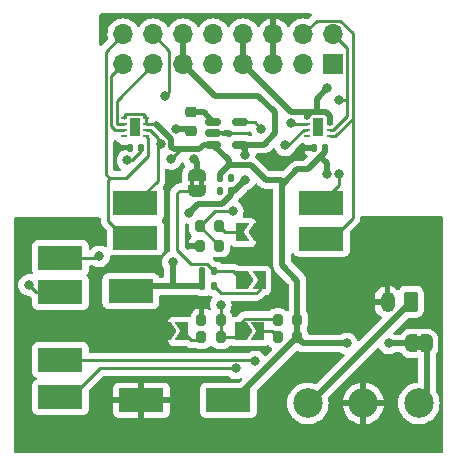
<source format=gbr>
%TF.GenerationSoftware,KiCad,Pcbnew,8.0.0*%
%TF.CreationDate,2024-03-24T20:02:06+02:00*%
%TF.ProjectId,Power Subsystem,506f7765-7220-4537-9562-73797374656d,rev?*%
%TF.SameCoordinates,Original*%
%TF.FileFunction,Copper,L1,Top*%
%TF.FilePolarity,Positive*%
%FSLAX46Y46*%
G04 Gerber Fmt 4.6, Leading zero omitted, Abs format (unit mm)*
G04 Created by KiCad (PCBNEW 8.0.0) date 2024-03-24 20:02:06*
%MOMM*%
%LPD*%
G01*
G04 APERTURE LIST*
G04 Aperture macros list*
%AMRoundRect*
0 Rectangle with rounded corners*
0 $1 Rounding radius*
0 $2 $3 $4 $5 $6 $7 $8 $9 X,Y pos of 4 corners*
0 Add a 4 corners polygon primitive as box body*
4,1,4,$2,$3,$4,$5,$6,$7,$8,$9,$2,$3,0*
0 Add four circle primitives for the rounded corners*
1,1,$1+$1,$2,$3*
1,1,$1+$1,$4,$5*
1,1,$1+$1,$6,$7*
1,1,$1+$1,$8,$9*
0 Add four rect primitives between the rounded corners*
20,1,$1+$1,$2,$3,$4,$5,0*
20,1,$1+$1,$4,$5,$6,$7,0*
20,1,$1+$1,$6,$7,$8,$9,0*
20,1,$1+$1,$8,$9,$2,$3,0*%
%AMFreePoly0*
4,1,19,0.500000,-0.750000,0.000000,-0.750000,0.000000,-0.744911,-0.071157,-0.744911,-0.207708,-0.704816,-0.327430,-0.627875,-0.420627,-0.520320,-0.479746,-0.390866,-0.500000,-0.250000,-0.500000,0.250000,-0.479746,0.390866,-0.420627,0.520320,-0.327430,0.627875,-0.207708,0.704816,-0.071157,0.744911,0.000000,0.744911,0.000000,0.750000,0.500000,0.750000,0.500000,-0.750000,0.500000,-0.750000,
$1*%
%AMFreePoly1*
4,1,19,0.000000,0.744911,0.071157,0.744911,0.207708,0.704816,0.327430,0.627875,0.420627,0.520320,0.479746,0.390866,0.500000,0.250000,0.500000,-0.250000,0.479746,-0.390866,0.420627,-0.520320,0.327430,-0.627875,0.207708,-0.704816,0.071157,-0.744911,0.000000,-0.744911,0.000000,-0.750000,-0.500000,-0.750000,-0.500000,0.750000,0.000000,0.750000,0.000000,0.744911,0.000000,0.744911,
$1*%
%AMFreePoly2*
4,1,6,1.000000,0.000000,0.500000,-0.750000,-0.500000,-0.750000,-0.500000,0.750000,0.500000,0.750000,1.000000,0.000000,1.000000,0.000000,$1*%
%AMFreePoly3*
4,1,6,0.500000,-0.750000,-0.650000,-0.750000,-0.150000,0.000000,-0.650000,0.750000,0.500000,0.750000,0.500000,-0.750000,0.500000,-0.750000,$1*%
G04 Aperture macros list end*
%TA.AperFunction,EtchedComponent*%
%ADD10C,0.000000*%
%TD*%
%TA.AperFunction,ComponentPad*%
%ADD11C,2.500000*%
%TD*%
%TA.AperFunction,SMDPad,CuDef*%
%ADD12FreePoly0,0.000000*%
%TD*%
%TA.AperFunction,SMDPad,CuDef*%
%ADD13FreePoly1,0.000000*%
%TD*%
%TA.AperFunction,SMDPad,CuDef*%
%ADD14RoundRect,0.140000X0.140000X0.170000X-0.140000X0.170000X-0.140000X-0.170000X0.140000X-0.170000X0*%
%TD*%
%TA.AperFunction,SMDPad,CuDef*%
%ADD15RoundRect,0.200000X-0.200000X-0.275000X0.200000X-0.275000X0.200000X0.275000X-0.200000X0.275000X0*%
%TD*%
%TA.AperFunction,SMDPad,CuDef*%
%ADD16R,3.800000X2.000000*%
%TD*%
%TA.AperFunction,ComponentPad*%
%ADD17RoundRect,0.250000X0.350000X0.625000X-0.350000X0.625000X-0.350000X-0.625000X0.350000X-0.625000X0*%
%TD*%
%TA.AperFunction,ComponentPad*%
%ADD18O,1.200000X1.750000*%
%TD*%
%TA.AperFunction,SMDPad,CuDef*%
%ADD19FreePoly2,180.000000*%
%TD*%
%TA.AperFunction,SMDPad,CuDef*%
%ADD20FreePoly3,180.000000*%
%TD*%
%TA.AperFunction,SMDPad,CuDef*%
%ADD21FreePoly0,90.000000*%
%TD*%
%TA.AperFunction,SMDPad,CuDef*%
%ADD22FreePoly1,90.000000*%
%TD*%
%TA.AperFunction,SMDPad,CuDef*%
%ADD23FreePoly2,0.000000*%
%TD*%
%TA.AperFunction,SMDPad,CuDef*%
%ADD24FreePoly3,0.000000*%
%TD*%
%TA.AperFunction,SMDPad,CuDef*%
%ADD25RoundRect,0.062500X-0.187500X-0.062500X0.187500X-0.062500X0.187500X0.062500X-0.187500X0.062500X0*%
%TD*%
%TA.AperFunction,SMDPad,CuDef*%
%ADD26R,0.900000X1.600000*%
%TD*%
%TA.AperFunction,SMDPad,CuDef*%
%ADD27RoundRect,0.150000X-0.512500X-0.150000X0.512500X-0.150000X0.512500X0.150000X-0.512500X0.150000X0*%
%TD*%
%TA.AperFunction,SMDPad,CuDef*%
%ADD28RoundRect,0.200000X0.200000X0.275000X-0.200000X0.275000X-0.200000X-0.275000X0.200000X-0.275000X0*%
%TD*%
%TA.AperFunction,SMDPad,CuDef*%
%ADD29RoundRect,0.135000X0.135000X0.185000X-0.135000X0.185000X-0.135000X-0.185000X0.135000X-0.185000X0*%
%TD*%
%TA.AperFunction,SMDPad,CuDef*%
%ADD30RoundRect,0.140000X-0.140000X-0.170000X0.140000X-0.170000X0.140000X0.170000X-0.140000X0.170000X0*%
%TD*%
%TA.AperFunction,SMDPad,CuDef*%
%ADD31RoundRect,0.218750X-0.256250X0.218750X-0.256250X-0.218750X0.256250X-0.218750X0.256250X0.218750X0*%
%TD*%
%TA.AperFunction,ComponentPad*%
%ADD32R,1.700000X1.700000*%
%TD*%
%TA.AperFunction,ComponentPad*%
%ADD33O,1.700000X1.700000*%
%TD*%
%TA.AperFunction,ViaPad*%
%ADD34C,0.800000*%
%TD*%
%TA.AperFunction,Conductor*%
%ADD35C,0.250000*%
%TD*%
%TA.AperFunction,Conductor*%
%ADD36C,0.500000*%
%TD*%
G04 APERTURE END LIST*
D10*
%TA.AperFunction,EtchedComponent*%
%TO.C,JP1*%
G36*
X165985000Y-68634000D02*
G01*
X165485000Y-68634000D01*
X165485000Y-68234000D01*
X165985000Y-68234000D01*
X165985000Y-68634000D01*
G37*
%TD.AperFunction*%
%TA.AperFunction,EtchedComponent*%
G36*
X165985000Y-69434000D02*
G01*
X165485000Y-69434000D01*
X165485000Y-69034000D01*
X165985000Y-69034000D01*
X165985000Y-69434000D01*
G37*
%TD.AperFunction*%
%TA.AperFunction,EtchedComponent*%
%TO.C,JP13*%
G36*
X146739000Y-55510000D02*
G01*
X146339000Y-55510000D01*
X146339000Y-55010000D01*
X146739000Y-55010000D01*
X146739000Y-55510000D01*
G37*
%TD.AperFunction*%
%TA.AperFunction,EtchedComponent*%
G36*
X147539000Y-55510000D02*
G01*
X147139000Y-55510000D01*
X147139000Y-55010000D01*
X147539000Y-55010000D01*
X147539000Y-55510000D01*
G37*
%TD.AperFunction*%
%TD*%
D11*
%TO.P,SW1,1,B*%
%TO.N,Net-(J2-Pin_1)*%
X156337000Y-73914000D03*
%TO.P,SW1,2,C*%
%TO.N,GND*%
X161037000Y-73914000D03*
%TO.P,SW1,3,A*%
%TO.N,+BATT*%
X165737000Y-73914000D03*
%TD*%
D12*
%TO.P,JP1,1,A*%
%TO.N,+BATT*%
X165085000Y-68834000D03*
D13*
%TO.P,JP1,2,B*%
X166385000Y-68834000D03*
%TD*%
D14*
%TO.P,C3,1*%
%TO.N,+BATT*%
X142223000Y-52263000D03*
%TO.P,C3,2*%
%TO.N,GND*%
X141263000Y-52263000D03*
%TD*%
D15*
%TO.P,R3,1*%
%TO.N,GND*%
X147194000Y-60579000D03*
%TO.P,R3,2*%
%TO.N,Net-(U1-PROG)*%
X148844000Y-60579000D03*
%TD*%
D16*
%TO.P,PWM2,1,1*%
%TO.N,PWM2*%
X157491000Y-59979000D03*
%TD*%
%TO.P,PWM3,1,1*%
%TO.N,PWM3*%
X141743000Y-56962000D03*
%TD*%
D15*
%TO.P,R8,1*%
%TO.N,Net-(JP8-B)*%
X153808600Y-68326000D03*
%TO.P,R8,2*%
%TO.N,+BATT*%
X155458600Y-68326000D03*
%TD*%
D17*
%TO.P,J2,1,Pin_1*%
%TO.N,Net-(J2-Pin_1)*%
X165084000Y-65315000D03*
D18*
%TO.P,J2,2,Pin_2*%
%TO.N,GND*%
X163084000Y-65315000D03*
%TD*%
D19*
%TO.P,JP2,1,A*%
%TO.N,GND*%
X152249200Y-59436000D03*
D20*
%TO.P,JP2,2,B*%
%TO.N,Net-(JP2-B)*%
X150799200Y-59436000D03*
%TD*%
D21*
%TO.P,JP13,1,A*%
%TO.N,Net-(JP13-A)*%
X146939000Y-55910000D03*
D22*
%TO.P,JP13,2,B*%
%TO.N,Net-(D1-A)*%
X146939000Y-54610000D03*
%TD*%
D14*
%TO.P,C4,1*%
%TO.N,+BATT*%
X157816000Y-52263000D03*
%TO.P,C4,2*%
%TO.N,GND*%
X156856000Y-52263000D03*
%TD*%
%TO.P,C2,1*%
%TO.N,+5V*%
X149843000Y-55946000D03*
%TO.P,C2,2*%
%TO.N,GND*%
X148883000Y-55946000D03*
%TD*%
D23*
%TO.P,JP5,1,A*%
%TO.N,Net-(JP13-A)*%
X150797600Y-63500000D03*
D24*
%TO.P,JP5,2,B*%
%TO.N,Net-(JP5-B)*%
X152247600Y-63500000D03*
%TD*%
D15*
%TO.P,R11,1*%
%TO.N,Net-(JP11-B)*%
X147331600Y-68326000D03*
%TO.P,R11,2*%
%TO.N,BATT_ADC*%
X148981600Y-68326000D03*
%TD*%
D25*
%TO.P,Motor_1,1,VM*%
%TO.N,+BATT*%
X140732000Y-49754000D03*
%TO.P,Motor_1,2,OUT1*%
%TO.N,Motor1_A*%
X140732000Y-50254000D03*
%TO.P,Motor_1,3,OUT2*%
%TO.N,Motor1_B*%
X140732000Y-50754000D03*
%TO.P,Motor_1,4,GND*%
%TO.N,GND*%
X140732000Y-51254000D03*
%TO.P,Motor_1,5,IN2*%
%TO.N,PWM4*%
X142632000Y-51254000D03*
%TO.P,Motor_1,6,IN1*%
%TO.N,PWM3*%
X142632000Y-50754000D03*
%TO.P,Motor_1,7,~{SLEEP}*%
%TO.N,+BATT*%
X142632000Y-50254000D03*
%TO.P,Motor_1,8,VCC*%
X142632000Y-49754000D03*
D26*
%TO.P,Motor_1,9,GND*%
%TO.N,GND*%
X141682000Y-50504000D03*
%TD*%
D16*
%TO.P,Motor2_B1,1,1*%
%TO.N,Motor2_B*%
X135382000Y-73406000D03*
%TD*%
D23*
%TO.P,JP11,1,A*%
%TO.N,GND*%
X144219000Y-67818000D03*
D24*
%TO.P,JP11,2,B*%
%TO.N,Net-(JP11-B)*%
X145669000Y-67818000D03*
%TD*%
D27*
%TO.P,U1,1,STAT*%
%TO.N,/STAT*%
X148347000Y-50104000D03*
%TO.P,U1,2,V_{SS}*%
%TO.N,GND*%
X148347000Y-51054000D03*
%TO.P,U1,3,V_{BAT}*%
%TO.N,+BATT*%
X148347000Y-52004000D03*
%TO.P,U1,4,V_{DD}*%
%TO.N,+5V*%
X150622000Y-52004000D03*
%TO.P,U1,5,PROG*%
%TO.N,Net-(U1-PROG)*%
X150622000Y-50104000D03*
%TD*%
D28*
%TO.P,R2,1*%
%TO.N,Net-(JP2-B)*%
X148844000Y-58928000D03*
%TO.P,R2,2*%
%TO.N,Net-(U1-PROG)*%
X147194000Y-58928000D03*
%TD*%
D29*
%TO.P,R5,1*%
%TO.N,Net-(JP5-B)*%
X148428000Y-64008000D03*
%TO.P,R5,2*%
%TO.N,+5V*%
X147408000Y-64008000D03*
%TD*%
D16*
%TO.P,PWM4,1,1*%
%TO.N,PWM4*%
X141743000Y-59883000D03*
%TD*%
%TO.P,Motor_2A1,1,1*%
%TO.N,Motor2_A*%
X135382000Y-70231000D03*
%TD*%
%TO.P,PWM1,1,1*%
%TO.N,PWM1*%
X157491000Y-56962000D03*
%TD*%
%TO.P,Motor_1B1,1,1*%
%TO.N,Motor1_B*%
X135382000Y-64516000D03*
%TD*%
D29*
%TO.P,R4,1*%
%TO.N,Net-(JP13-A)*%
X148428000Y-62738000D03*
%TO.P,R4,2*%
%TO.N,+5V*%
X147408000Y-62738000D03*
%TD*%
D15*
%TO.P,R7,1*%
%TO.N,BATT_ADC*%
X153808600Y-66852800D03*
%TO.P,R7,2*%
%TO.N,+BATT*%
X155458600Y-66852800D03*
%TD*%
D30*
%TO.P,C1,1*%
%TO.N,+BATT*%
X148883000Y-54803000D03*
%TO.P,C1,2*%
%TO.N,GND*%
X149843000Y-54803000D03*
%TD*%
D16*
%TO.P,GND1,1,1*%
%TO.N,GND*%
X142240000Y-73660000D03*
%TD*%
D23*
%TO.P,JP8,1,A*%
%TO.N,BATT_ADC*%
X150696000Y-67818000D03*
D24*
%TO.P,JP8,2,B*%
%TO.N,Net-(JP8-B)*%
X152146000Y-67818000D03*
%TD*%
D16*
%TO.P,+5V1,1,1*%
%TO.N,+5V*%
X141351000Y-64389000D03*
%TD*%
D15*
%TO.P,R10,1*%
%TO.N,GND*%
X147331600Y-66852800D03*
%TO.P,R10,2*%
%TO.N,BATT_ADC*%
X148981600Y-66852800D03*
%TD*%
D25*
%TO.P,Motor_2,1,VM*%
%TO.N,+BATT*%
X156287000Y-49754000D03*
%TO.P,Motor_2,2,OUT1*%
%TO.N,Motor2_A*%
X156287000Y-50254000D03*
%TO.P,Motor_2,3,OUT2*%
%TO.N,Motor2_B*%
X156287000Y-50754000D03*
%TO.P,Motor_2,4,GND*%
%TO.N,GND*%
X156287000Y-51254000D03*
%TO.P,Motor_2,5,IN2*%
%TO.N,PWM2*%
X158187000Y-51254000D03*
%TO.P,Motor_2,6,IN1*%
%TO.N,PWM1*%
X158187000Y-50754000D03*
%TO.P,Motor_2,7,~{SLEEP}*%
%TO.N,+BATT*%
X158187000Y-50254000D03*
%TO.P,Motor_2,8,VCC*%
X158187000Y-49754000D03*
D26*
%TO.P,Motor_2,9,GND*%
%TO.N,GND*%
X157237000Y-50504000D03*
%TD*%
D16*
%TO.P,+BATT1,1,1*%
%TO.N,+BATT*%
X149606000Y-73660000D03*
%TD*%
D31*
%TO.P,D1,1,K*%
%TO.N,/STAT*%
X146431000Y-49276000D03*
%TO.P,D1,2,A*%
%TO.N,Net-(D1-A)*%
X146431000Y-50851000D03*
%TD*%
D16*
%TO.P,Motor_1A1,1,1*%
%TO.N,Motor1_A*%
X135382000Y-61595000D03*
%TD*%
D32*
%TO.P,J1,1,Pin_1*%
%TO.N,Motor2_A*%
X158496000Y-45212000D03*
D33*
%TO.P,J1,2,Pin_2*%
%TO.N,PWM1*%
X158496000Y-42672000D03*
%TO.P,J1,3,Pin_3*%
%TO.N,Motor2_B*%
X155956000Y-45212000D03*
%TO.P,J1,4,Pin_4*%
%TO.N,PWM2*%
X155956000Y-42672000D03*
%TO.P,J1,5,Pin_5*%
%TO.N,GND*%
X153416000Y-45212000D03*
%TO.P,J1,6,Pin_6*%
X153416000Y-42672000D03*
%TO.P,J1,7,Pin_7*%
%TO.N,+BATT*%
X150876000Y-45212000D03*
%TO.P,J1,8,Pin_8*%
X150876000Y-42672000D03*
%TO.P,J1,9,Pin_9*%
%TO.N,RESV*%
X148336000Y-45212000D03*
%TO.P,J1,10,Pin_10*%
%TO.N,BATT_ADC*%
X148336000Y-42672000D03*
%TO.P,J1,11,Pin_11*%
%TO.N,+5V*%
X145796000Y-45212000D03*
%TO.P,J1,12,Pin_12*%
X145796000Y-42672000D03*
%TO.P,J1,13,Pin_13*%
%TO.N,Motor1_A*%
X143256000Y-45212000D03*
%TO.P,J1,14,Pin_14*%
%TO.N,PWM3*%
X143256000Y-42672000D03*
%TO.P,J1,15,Pin_15*%
%TO.N,Motor1_B*%
X140716000Y-45212000D03*
%TO.P,J1,16,Pin_16*%
%TO.N,PWM4*%
X140716000Y-42672000D03*
%TD*%
D34*
%TO.N,+5V*%
X144907000Y-61976000D03*
X146304000Y-57785000D03*
%TO.N,Net-(D1-A)*%
X145161000Y-50673000D03*
X146685000Y-53241909D03*
%TO.N,+5V*%
X151003000Y-54991000D03*
X151003000Y-52871000D03*
%TO.N,Motor1_A*%
X138684000Y-61468000D03*
%TO.N,Motor1_B*%
X132715000Y-63881000D03*
%TO.N,Motor2_B*%
X150241000Y-70956000D03*
%TO.N,Motor2_A*%
X151892000Y-70358000D03*
%TO.N,+BATT*%
X157988000Y-54483000D03*
X157988000Y-47244000D03*
%TO.N,PWM1*%
X159004000Y-54483000D03*
X159004000Y-48260000D03*
%TO.N,Motor2_A*%
X154940000Y-50165000D03*
%TO.N,Motor2_B*%
X154432000Y-52070000D03*
%TO.N,BATT_ADC*%
X148981600Y-65542600D03*
%TO.N,Net-(U1-PROG)*%
X149987000Y-57658000D03*
X152400000Y-50673000D03*
%TO.N,PWM3*%
X144272000Y-47879000D03*
X143920550Y-51913450D03*
%TO.N,+BATT*%
X144780000Y-53213000D03*
X141060000Y-53340000D03*
X159639000Y-68834000D03*
X163195000Y-68834000D03*
%TD*%
D35*
%TO.N,PWM4*%
X140970000Y-54864000D02*
X139573000Y-54864000D01*
X142828000Y-51450000D02*
X142828000Y-53006000D01*
X142828000Y-53006000D02*
X140970000Y-54864000D01*
X142632000Y-51254000D02*
X142828000Y-51450000D01*
%TO.N,+BATT*%
X141060000Y-53340000D02*
X141455999Y-53340000D01*
X141455999Y-53340000D02*
X142223000Y-52572999D01*
X142223000Y-52572999D02*
X142223000Y-52263000D01*
%TO.N,Net-(JP8-B)*%
X153300600Y-67818000D02*
X153808600Y-68326000D01*
X152146000Y-67818000D02*
X153300600Y-67818000D01*
D36*
%TO.N,+5V*%
X144907000Y-61976000D02*
X144907000Y-64008000D01*
X144907000Y-64008000D02*
X141732000Y-64008000D01*
X147408000Y-64008000D02*
X144907000Y-64008000D01*
X147066000Y-57023000D02*
X146304000Y-57785000D01*
X149075999Y-57023000D02*
X147066000Y-57023000D01*
X149843000Y-56255999D02*
X149075999Y-57023000D01*
X149843000Y-55946000D02*
X149843000Y-56255999D01*
%TO.N,Net-(D1-A)*%
X146253000Y-50673000D02*
X146431000Y-50851000D01*
X145161000Y-50673000D02*
X146253000Y-50673000D01*
X146939000Y-53495909D02*
X146685000Y-53241909D01*
X146939000Y-54610000D02*
X146939000Y-53495909D01*
%TO.N,+BATT*%
X147125091Y-52391909D02*
X147513000Y-52004000D01*
X147513000Y-52004000D02*
X148347000Y-52004000D01*
X145601091Y-52391909D02*
X147125091Y-52391909D01*
X144974909Y-52391909D02*
X145601091Y-52391909D01*
X144770550Y-52187550D02*
X144974909Y-52391909D01*
X144770550Y-51552550D02*
X144770550Y-52187550D01*
X143510000Y-50292000D02*
X144770550Y-51552550D01*
%TO.N,/STAT*%
X147519000Y-49276000D02*
X148347000Y-50104000D01*
X146431000Y-49276000D02*
X147519000Y-49276000D01*
%TO.N,+5V*%
X151003000Y-52385000D02*
X150622000Y-52004000D01*
X151003000Y-52871000D02*
X151003000Y-52385000D01*
X150048000Y-55946000D02*
X151003000Y-54991000D01*
X149843000Y-55946000D02*
X150048000Y-55946000D01*
X147408000Y-62738000D02*
X147408000Y-64008000D01*
D35*
%TO.N,Motor1_A*%
X138557000Y-61595000D02*
X135382000Y-61595000D01*
X138684000Y-61468000D02*
X138557000Y-61595000D01*
%TO.N,Motor1_B*%
X133350000Y-64516000D02*
X135382000Y-64516000D01*
X132715000Y-63881000D02*
X133350000Y-64516000D01*
%TO.N,PWM4*%
X139257000Y-54548000D02*
X139573000Y-54864000D01*
X139257000Y-44131000D02*
X139257000Y-54548000D01*
X140716000Y-42672000D02*
X139257000Y-44131000D01*
%TO.N,Motor2_B*%
X138732000Y-70956000D02*
X150241000Y-70956000D01*
X136282000Y-73406000D02*
X138732000Y-70956000D01*
X135382000Y-73406000D02*
X136282000Y-73406000D01*
%TO.N,Motor2_A*%
X151765000Y-70231000D02*
X151892000Y-70358000D01*
X135382000Y-70231000D02*
X151765000Y-70231000D01*
D36*
%TO.N,+BATT*%
X157988000Y-54483000D02*
X157988000Y-53594000D01*
X157405759Y-53011759D02*
X157816000Y-52601518D01*
X157988000Y-53594000D02*
X157405759Y-53011759D01*
X157099000Y-48133000D02*
X157988000Y-47244000D01*
X157099000Y-49254000D02*
X157099000Y-48133000D01*
X157099000Y-49254000D02*
X156587000Y-49254000D01*
X156315518Y-54102000D02*
X157405759Y-53011759D01*
X157887000Y-49254000D02*
X157099000Y-49254000D01*
D35*
%TO.N,PWM1*%
X159004000Y-55449000D02*
X157491000Y-56962000D01*
X159004000Y-54483000D02*
X159004000Y-55449000D01*
X159385000Y-48260000D02*
X159004000Y-48260000D01*
X159671000Y-48260000D02*
X159671000Y-49569740D01*
X159671000Y-48260000D02*
X159385000Y-48260000D01*
X159671000Y-43847000D02*
X159671000Y-48260000D01*
%TO.N,PWM2*%
X158391000Y-59979000D02*
X157491000Y-59979000D01*
X160121000Y-58249000D02*
X158391000Y-59979000D01*
X160121000Y-49810000D02*
X160121000Y-58249000D01*
X160121000Y-49810000D02*
X158677000Y-51254000D01*
X160121000Y-42519000D02*
X160121000Y-49810000D01*
X159099000Y-41497000D02*
X160121000Y-42519000D01*
X158677000Y-51254000D02*
X158187000Y-51254000D01*
X157131000Y-41497000D02*
X159099000Y-41497000D01*
X155956000Y-42672000D02*
X157131000Y-41497000D01*
%TO.N,PWM1*%
X158486740Y-50754000D02*
X158187000Y-50754000D01*
X159671000Y-49569740D02*
X158486740Y-50754000D01*
X158496000Y-42672000D02*
X159671000Y-43847000D01*
%TO.N,Motor2_A*%
X155029000Y-50254000D02*
X156287000Y-50254000D01*
X154940000Y-50165000D02*
X155029000Y-50254000D01*
%TO.N,Motor2_B*%
X154432000Y-52070000D02*
X154671260Y-52070000D01*
X154671260Y-52070000D02*
X155987260Y-50754000D01*
X155987260Y-50754000D02*
X156287000Y-50754000D01*
%TO.N,BATT_ADC*%
X148971000Y-65532000D02*
X148981600Y-65542600D01*
X148981600Y-66852800D02*
X148981600Y-65542600D01*
X153693800Y-66738000D02*
X153808600Y-66852800D01*
X151021000Y-66738000D02*
X153693800Y-66738000D01*
X150696000Y-67063000D02*
X151021000Y-66738000D01*
X150696000Y-67818000D02*
X150696000Y-67063000D01*
X148981600Y-68326000D02*
X148981600Y-66852800D01*
X148981600Y-68326000D02*
X150188000Y-68326000D01*
X150188000Y-68326000D02*
X150696000Y-67818000D01*
%TO.N,Net-(JP11-B)*%
X147077600Y-68580000D02*
X147331600Y-68326000D01*
X146431000Y-68580000D02*
X147077600Y-68580000D01*
X145669000Y-67818000D02*
X146431000Y-68580000D01*
D36*
%TO.N,+5V*%
X141732000Y-64008000D02*
X141351000Y-64389000D01*
D35*
%TO.N,Net-(JP5-B)*%
X152247600Y-64287400D02*
X152247600Y-63500000D01*
X149000000Y-64580000D02*
X151955000Y-64580000D01*
X151955000Y-64580000D02*
X152247600Y-64287400D01*
X148428000Y-64008000D02*
X149000000Y-64580000D01*
%TO.N,Net-(JP13-A)*%
X145512000Y-55910000D02*
X146939000Y-55910000D01*
X145288000Y-60960000D02*
X145288000Y-56134000D01*
X146431000Y-62103000D02*
X145288000Y-60960000D01*
X146441000Y-62093000D02*
X146431000Y-62103000D01*
X147783000Y-62093000D02*
X146441000Y-62093000D01*
X145288000Y-56134000D02*
X145512000Y-55910000D01*
X148428000Y-62738000D02*
X147783000Y-62093000D01*
X150035600Y-62738000D02*
X148428000Y-62738000D01*
X150797600Y-63500000D02*
X150035600Y-62738000D01*
%TO.N,Net-(JP2-B)*%
X149352000Y-59436000D02*
X148844000Y-58928000D01*
X150799200Y-59436000D02*
X149352000Y-59436000D01*
%TO.N,Net-(U1-PROG)*%
X148844000Y-60579000D02*
X148844000Y-60578000D01*
X148844000Y-60578000D02*
X147194000Y-58928000D01*
X148464000Y-57658000D02*
X147194000Y-58928000D01*
X149987000Y-57658000D02*
X148464000Y-57658000D01*
X150622000Y-50104000D02*
X151831000Y-50104000D01*
X151831000Y-50104000D02*
X152400000Y-50673000D01*
D36*
%TO.N,+5V*%
X153543000Y-49276000D02*
X152146000Y-47879000D01*
X148463000Y-47879000D02*
X145796000Y-45212000D01*
X152593000Y-52004000D02*
X153543000Y-51054000D01*
X153543000Y-51054000D02*
X153543000Y-49276000D01*
X152146000Y-47879000D02*
X148463000Y-47879000D01*
X150622000Y-52004000D02*
X152593000Y-52004000D01*
D35*
%TO.N,PWM3*%
X144621000Y-44037000D02*
X143256000Y-42672000D01*
X144621000Y-47530000D02*
X144621000Y-44037000D01*
X144272000Y-47879000D02*
X144621000Y-47530000D01*
X143823100Y-51816000D02*
X143920550Y-51913450D01*
X143637000Y-51816000D02*
X143823100Y-51816000D01*
X143637000Y-51459260D02*
X143637000Y-51816000D01*
X143637000Y-51816000D02*
X143637000Y-55068000D01*
%TO.N,+BATT*%
X144780000Y-53213000D02*
X145601091Y-52391909D01*
%TO.N,PWM3*%
X142931740Y-50754000D02*
X143637000Y-51459260D01*
X142632000Y-50754000D02*
X142931740Y-50754000D01*
X143637000Y-55068000D02*
X141743000Y-56962000D01*
%TO.N,PWM4*%
X139446000Y-58486000D02*
X140843000Y-59883000D01*
X139573000Y-54864000D02*
X139446000Y-54991000D01*
X139446000Y-54991000D02*
X139446000Y-58486000D01*
X140843000Y-59883000D02*
X141743000Y-59883000D01*
%TO.N,+BATT*%
X143472000Y-50254000D02*
X143510000Y-50292000D01*
X142632000Y-50254000D02*
X143472000Y-50254000D01*
X142632000Y-49754000D02*
X142632000Y-50254000D01*
X142632000Y-49644000D02*
X142632000Y-49754000D01*
X142367000Y-49379000D02*
X142632000Y-49644000D01*
X140907000Y-49379000D02*
X142367000Y-49379000D01*
X140732000Y-49554000D02*
X140907000Y-49379000D01*
X140732000Y-49754000D02*
X140732000Y-49554000D01*
%TO.N,Motor1_B*%
X140033604Y-50754000D02*
X140732000Y-50754000D01*
X139707000Y-50427396D02*
X140033604Y-50754000D01*
X139707000Y-46221000D02*
X139707000Y-50427396D01*
X140716000Y-45212000D02*
X139707000Y-46221000D01*
%TO.N,Motor1_A*%
X140170000Y-50254000D02*
X140732000Y-50254000D01*
X140157000Y-50241000D02*
X140170000Y-50254000D01*
X140157000Y-48311000D02*
X140157000Y-50241000D01*
X143256000Y-45212000D02*
X140157000Y-48311000D01*
D36*
%TO.N,+BATT*%
X154918000Y-49254000D02*
X150876000Y-45212000D01*
X156587000Y-49254000D02*
X154918000Y-49254000D01*
X156287000Y-49554000D02*
X156287000Y-49679000D01*
X156587000Y-49254000D02*
X156287000Y-49554000D01*
X158187000Y-49554000D02*
X157887000Y-49254000D01*
X158187000Y-49754000D02*
X158187000Y-49554000D01*
X158187000Y-49754000D02*
X158187000Y-50179000D01*
X149655001Y-53312001D02*
X148347000Y-52004000D01*
X149655001Y-53721000D02*
X149655001Y-53312001D01*
X149655001Y-53721000D02*
X148883000Y-54493001D01*
X152781000Y-54991000D02*
X151511000Y-53721000D01*
X154051000Y-54991000D02*
X152781000Y-54991000D01*
X148883000Y-54493001D02*
X148883000Y-54803000D01*
X154305000Y-55245000D02*
X154051000Y-54991000D01*
X151511000Y-53721000D02*
X149655001Y-53721000D01*
X154178000Y-55372000D02*
X154305000Y-55245000D01*
X154305000Y-55245000D02*
X155448000Y-54102000D01*
X155448000Y-54102000D02*
X156315518Y-54102000D01*
X155458600Y-63510600D02*
X154178000Y-62230000D01*
X154178000Y-62230000D02*
X154178000Y-55372000D01*
X157816000Y-52601518D02*
X157816000Y-52263000D01*
X155458600Y-66852800D02*
X155458600Y-63510600D01*
X150124600Y-73660000D02*
X149606000Y-73660000D01*
X155458600Y-68326000D02*
X150124600Y-73660000D01*
X155458600Y-68326000D02*
X155458600Y-66852800D01*
X155966600Y-68834000D02*
X155458600Y-68326000D01*
X159639000Y-68834000D02*
X155966600Y-68834000D01*
X165085000Y-68834000D02*
X163195000Y-68834000D01*
X166435000Y-73216000D02*
X166435000Y-68847604D01*
X165737000Y-73914000D02*
X166435000Y-73216000D01*
%TO.N,Net-(J2-Pin_1)*%
X156485000Y-73914000D02*
X156337000Y-73914000D01*
X165084000Y-65315000D02*
X156485000Y-73914000D01*
%TO.N,+BATT*%
X165085000Y-73262000D02*
X165737000Y-73914000D01*
X166385000Y-68834000D02*
X165085000Y-68834000D01*
%TO.N,+5V*%
X145796000Y-42672000D02*
X145796000Y-45212000D01*
X145796000Y-42672000D02*
X145542000Y-42926000D01*
%TO.N,+BATT*%
X150876000Y-42672000D02*
X150876000Y-45212000D01*
%TD*%
%TA.AperFunction,Conductor*%
%TO.N,GND*%
G36*
X145782510Y-53500034D02*
G01*
X145833988Y-53547276D01*
X145845734Y-53572994D01*
X145857819Y-53610189D01*
X145857821Y-53610193D01*
X145952464Y-53774121D01*
X145954038Y-53776287D01*
X145954560Y-53777751D01*
X145955716Y-53779753D01*
X145955350Y-53779964D01*
X145977518Y-53842093D01*
X145961693Y-53910147D01*
X145947435Y-53930374D01*
X145881982Y-54005912D01*
X145881981Y-54005915D01*
X145804255Y-54126857D01*
X145804252Y-54126863D01*
X145744483Y-54257741D01*
X145703977Y-54395691D01*
X145703974Y-54395703D01*
X145683500Y-54538110D01*
X145683500Y-55110002D01*
X145686479Y-55151654D01*
X145671627Y-55219927D01*
X145622222Y-55269332D01*
X145562795Y-55284500D01*
X145450393Y-55284500D01*
X145436386Y-55287286D01*
X145436385Y-55287285D01*
X145329554Y-55308535D01*
X145329541Y-55308539D01*
X145302228Y-55319853D01*
X145282397Y-55328067D01*
X145215720Y-55355685D01*
X145215716Y-55355687D01*
X145215715Y-55355688D01*
X145202840Y-55364291D01*
X145196258Y-55368689D01*
X145196257Y-55368688D01*
X145113268Y-55424140D01*
X145079131Y-55458278D01*
X145026142Y-55511267D01*
X145026139Y-55511270D01*
X144889270Y-55648139D01*
X144889267Y-55648142D01*
X144862402Y-55675007D01*
X144802142Y-55735266D01*
X144773867Y-55777583D01*
X144773866Y-55777582D01*
X144733692Y-55837707D01*
X144733689Y-55837711D01*
X144733688Y-55837714D01*
X144711410Y-55891500D01*
X144686538Y-55951545D01*
X144686535Y-55951555D01*
X144662500Y-56072389D01*
X144662500Y-61018611D01*
X144642815Y-61085650D01*
X144590011Y-61131405D01*
X144588937Y-61131890D01*
X144454267Y-61191850D01*
X144454265Y-61191851D01*
X144301129Y-61303111D01*
X144174466Y-61443785D01*
X144079821Y-61607715D01*
X144079818Y-61607722D01*
X144021327Y-61787740D01*
X144021326Y-61787744D01*
X144001540Y-61976000D01*
X144021326Y-62164256D01*
X144021327Y-62164259D01*
X144079818Y-62344277D01*
X144079821Y-62344284D01*
X144122940Y-62418969D01*
X144139887Y-62448321D01*
X144156500Y-62510321D01*
X144156500Y-63133500D01*
X144136815Y-63200539D01*
X144084011Y-63246294D01*
X144032500Y-63257500D01*
X143822229Y-63257500D01*
X143755190Y-63237815D01*
X143709435Y-63185011D01*
X143706047Y-63176833D01*
X143694797Y-63146671D01*
X143694793Y-63146664D01*
X143608547Y-63031455D01*
X143608544Y-63031452D01*
X143493335Y-62945206D01*
X143493328Y-62945202D01*
X143358482Y-62894908D01*
X143358483Y-62894908D01*
X143298883Y-62888501D01*
X143298881Y-62888500D01*
X143298873Y-62888500D01*
X143298864Y-62888500D01*
X139403129Y-62888500D01*
X139403123Y-62888501D01*
X139343516Y-62894908D01*
X139208671Y-62945202D01*
X139208664Y-62945206D01*
X139093455Y-63031452D01*
X139093452Y-63031455D01*
X139007206Y-63146664D01*
X139007202Y-63146671D01*
X138956908Y-63281517D01*
X138950501Y-63341116D01*
X138950500Y-63341135D01*
X138950500Y-65436870D01*
X138950501Y-65436876D01*
X138956908Y-65496483D01*
X139007202Y-65631328D01*
X139007206Y-65631335D01*
X139093452Y-65746544D01*
X139093455Y-65746547D01*
X139208664Y-65832793D01*
X139208671Y-65832797D01*
X139343517Y-65883091D01*
X139343516Y-65883091D01*
X139350444Y-65883835D01*
X139403127Y-65889500D01*
X143298872Y-65889499D01*
X143358483Y-65883091D01*
X143493331Y-65832796D01*
X143608546Y-65746546D01*
X143694796Y-65631331D01*
X143745091Y-65496483D01*
X143751500Y-65436873D01*
X143751500Y-64882500D01*
X143771185Y-64815461D01*
X143823989Y-64769706D01*
X143875500Y-64758500D01*
X144833082Y-64758500D01*
X146946861Y-64758500D01*
X147009981Y-64775767D01*
X147018607Y-64780869D01*
X147056297Y-64791819D01*
X147172791Y-64825664D01*
X147172794Y-64825664D01*
X147172796Y-64825665D01*
X147208819Y-64828500D01*
X147607180Y-64828499D01*
X147643204Y-64825665D01*
X147797393Y-64780869D01*
X147854882Y-64746869D01*
X147922602Y-64729688D01*
X147981117Y-64746869D01*
X148038607Y-64780869D01*
X148180647Y-64822135D01*
X148239531Y-64859741D01*
X148268738Y-64923213D01*
X148258992Y-64992400D01*
X148251933Y-65004535D01*
X148252316Y-65004756D01*
X148154421Y-65174315D01*
X148154418Y-65174322D01*
X148098026Y-65347881D01*
X148095926Y-65354344D01*
X148076140Y-65542600D01*
X148095926Y-65730856D01*
X148095927Y-65730859D01*
X148142675Y-65874736D01*
X148144670Y-65944577D01*
X148108589Y-66004410D01*
X148045888Y-66035238D01*
X147976474Y-66027273D01*
X147960594Y-66019171D01*
X147820995Y-65934780D01*
X147820996Y-65934780D01*
X147658705Y-65884209D01*
X147658706Y-65884209D01*
X147588172Y-65877800D01*
X147581600Y-65877800D01*
X147581600Y-66978800D01*
X147561915Y-67045839D01*
X147509111Y-67091594D01*
X147457600Y-67102800D01*
X147205600Y-67102800D01*
X147138561Y-67083115D01*
X147092806Y-67030311D01*
X147081600Y-66978800D01*
X147081600Y-65877800D01*
X147081599Y-65877799D01*
X147075036Y-65877800D01*
X147075017Y-65877801D01*
X147004497Y-65884208D01*
X147004492Y-65884209D01*
X146842203Y-65934781D01*
X146696722Y-66022727D01*
X146576527Y-66142922D01*
X146488580Y-66288404D01*
X146438009Y-66450693D01*
X146436334Y-66469128D01*
X146410662Y-66534111D01*
X146353934Y-66574899D01*
X146295197Y-66580643D01*
X146169001Y-66562500D01*
X146169000Y-66562500D01*
X145019000Y-66562500D01*
X145018978Y-66562500D01*
X144938669Y-66568923D01*
X144938656Y-66568926D01*
X144801310Y-66611773D01*
X144801308Y-66611775D01*
X144681595Y-66691584D01*
X144589211Y-66801894D01*
X144531651Y-66933754D01*
X144513570Y-67076490D01*
X144536438Y-67218545D01*
X144536439Y-67218548D01*
X144598399Y-67348401D01*
X144865609Y-67749216D01*
X144886417Y-67815915D01*
X144867862Y-67883276D01*
X144865609Y-67886782D01*
X144598399Y-68287598D01*
X144559182Y-68358005D01*
X144559179Y-68358012D01*
X144518645Y-68496058D01*
X144518645Y-68496060D01*
X144518645Y-68639940D01*
X144545236Y-68730501D01*
X144559182Y-68777994D01*
X144636967Y-68899030D01*
X144636971Y-68899034D01*
X144740417Y-68988671D01*
X144745706Y-68993254D01*
X144786174Y-69011735D01*
X144876580Y-69053023D01*
X144876583Y-69053023D01*
X144876584Y-69053024D01*
X145019000Y-69073500D01*
X146006089Y-69073500D01*
X146073128Y-69093185D01*
X146074980Y-69094398D01*
X146082767Y-69099601D01*
X146134715Y-69134312D01*
X146186933Y-69155941D01*
X146248548Y-69181463D01*
X146353226Y-69202284D01*
X146369389Y-69205499D01*
X146369393Y-69205500D01*
X146369394Y-69205500D01*
X146492607Y-69205500D01*
X146742949Y-69205500D01*
X146807098Y-69223382D01*
X146841994Y-69244478D01*
X147004404Y-69295086D01*
X147074984Y-69301500D01*
X147074987Y-69301500D01*
X147588213Y-69301500D01*
X147588216Y-69301500D01*
X147658796Y-69295086D01*
X147821206Y-69244478D01*
X147966785Y-69156472D01*
X148003799Y-69119458D01*
X148068919Y-69054339D01*
X148130242Y-69020854D01*
X148199934Y-69025838D01*
X148244281Y-69054339D01*
X148346411Y-69156469D01*
X148346413Y-69156470D01*
X148346415Y-69156472D01*
X148491994Y-69244478D01*
X148654404Y-69295086D01*
X148724984Y-69301500D01*
X148724987Y-69301500D01*
X149238213Y-69301500D01*
X149238216Y-69301500D01*
X149308796Y-69295086D01*
X149471206Y-69244478D01*
X149616785Y-69156472D01*
X149737072Y-69036185D01*
X149741795Y-69028372D01*
X149793319Y-68981185D01*
X149862177Y-68969343D01*
X149913539Y-68991113D01*
X149915246Y-68988459D01*
X149922700Y-68993249D01*
X149922706Y-68993254D01*
X149963174Y-69011735D01*
X150053580Y-69053023D01*
X150053583Y-69053023D01*
X150053584Y-69053024D01*
X150196000Y-69073500D01*
X150196003Y-69073500D01*
X151195984Y-69073500D01*
X151196000Y-69073500D01*
X151259522Y-69069493D01*
X151259526Y-69069492D01*
X151259527Y-69069492D01*
X151279755Y-69063919D01*
X151306104Y-69056660D01*
X151356680Y-69053469D01*
X151496000Y-69073500D01*
X151496003Y-69073500D01*
X152646000Y-69073500D01*
X152717940Y-69068355D01*
X152855992Y-69027819D01*
X152887747Y-69007410D01*
X152954786Y-68987726D01*
X153021826Y-69007410D01*
X153047715Y-69030990D01*
X153047824Y-69030882D01*
X153050137Y-69033195D01*
X153052401Y-69035257D01*
X153053131Y-69036189D01*
X153173411Y-69156469D01*
X153173413Y-69156470D01*
X153173415Y-69156472D01*
X153283117Y-69222789D01*
X153330302Y-69274315D01*
X153342141Y-69343174D01*
X153314872Y-69407503D01*
X153306646Y-69416585D01*
X152838695Y-69884536D01*
X152777372Y-69918021D01*
X152707680Y-69913037D01*
X152651747Y-69871165D01*
X152643627Y-69858855D01*
X152634895Y-69843733D01*
X152624533Y-69825784D01*
X152497871Y-69685112D01*
X152473757Y-69667592D01*
X152344734Y-69573851D01*
X152344729Y-69573848D01*
X152171807Y-69496857D01*
X152171802Y-69496855D01*
X152022919Y-69465210D01*
X151986646Y-69457500D01*
X151797354Y-69457500D01*
X151764897Y-69464398D01*
X151612197Y-69496855D01*
X151612192Y-69496857D01*
X151439270Y-69573848D01*
X151428302Y-69581818D01*
X151362496Y-69605298D01*
X151355416Y-69605500D01*
X137906499Y-69605500D01*
X137839460Y-69585815D01*
X137793705Y-69533011D01*
X137782499Y-69481500D01*
X137782499Y-69183129D01*
X137782498Y-69183123D01*
X137782497Y-69183116D01*
X137776091Y-69123517D01*
X137765230Y-69094398D01*
X137725797Y-68988671D01*
X137725793Y-68988664D01*
X137639547Y-68873455D01*
X137639544Y-68873452D01*
X137524335Y-68787206D01*
X137524328Y-68787202D01*
X137389482Y-68736908D01*
X137389483Y-68736908D01*
X137329883Y-68730501D01*
X137329881Y-68730500D01*
X137329873Y-68730500D01*
X137329864Y-68730500D01*
X133434129Y-68730500D01*
X133434123Y-68730501D01*
X133374516Y-68736908D01*
X133239671Y-68787202D01*
X133239664Y-68787206D01*
X133124455Y-68873452D01*
X133124452Y-68873455D01*
X133038206Y-68988664D01*
X133038202Y-68988671D01*
X132987908Y-69123517D01*
X132981679Y-69181461D01*
X132981501Y-69183123D01*
X132981500Y-69183135D01*
X132981500Y-71278870D01*
X132981501Y-71278876D01*
X132987908Y-71338483D01*
X133038202Y-71473328D01*
X133038206Y-71473335D01*
X133124452Y-71588544D01*
X133124455Y-71588547D01*
X133239664Y-71674793D01*
X133239671Y-71674797D01*
X133313458Y-71702318D01*
X133369392Y-71744189D01*
X133393809Y-71809653D01*
X133378957Y-71877926D01*
X133329552Y-71927332D01*
X133313458Y-71934682D01*
X133239671Y-71962202D01*
X133239664Y-71962206D01*
X133124455Y-72048452D01*
X133124452Y-72048455D01*
X133038206Y-72163664D01*
X133038202Y-72163671D01*
X132987908Y-72298517D01*
X132981501Y-72358116D01*
X132981500Y-72358135D01*
X132981500Y-74453870D01*
X132981501Y-74453876D01*
X132987908Y-74513483D01*
X133038202Y-74648328D01*
X133038206Y-74648335D01*
X133124452Y-74763544D01*
X133124455Y-74763547D01*
X133239664Y-74849793D01*
X133239671Y-74849797D01*
X133374517Y-74900091D01*
X133374516Y-74900091D01*
X133381444Y-74900835D01*
X133434127Y-74906500D01*
X137329872Y-74906499D01*
X137389483Y-74900091D01*
X137524331Y-74849796D01*
X137639546Y-74763546D01*
X137725796Y-74648331D01*
X137776091Y-74513483D01*
X137782500Y-74453873D01*
X137782499Y-73910000D01*
X139840000Y-73910000D01*
X139840000Y-74707844D01*
X139846401Y-74767372D01*
X139846403Y-74767379D01*
X139896645Y-74902086D01*
X139896649Y-74902093D01*
X139982809Y-75017187D01*
X139982812Y-75017190D01*
X140097906Y-75103350D01*
X140097913Y-75103354D01*
X140232620Y-75153596D01*
X140232627Y-75153598D01*
X140292155Y-75159999D01*
X140292172Y-75160000D01*
X141990000Y-75160000D01*
X141990000Y-73910000D01*
X142490000Y-73910000D01*
X142490000Y-75160000D01*
X144187828Y-75160000D01*
X144187844Y-75159999D01*
X144247372Y-75153598D01*
X144247379Y-75153596D01*
X144382086Y-75103354D01*
X144382093Y-75103350D01*
X144497187Y-75017190D01*
X144497190Y-75017187D01*
X144583350Y-74902093D01*
X144583354Y-74902086D01*
X144633596Y-74767379D01*
X144633598Y-74767372D01*
X144639999Y-74707844D01*
X144640000Y-74707827D01*
X144640000Y-73910000D01*
X142490000Y-73910000D01*
X141990000Y-73910000D01*
X139840000Y-73910000D01*
X137782499Y-73910000D01*
X137782499Y-73410000D01*
X139840000Y-73410000D01*
X141990000Y-73410000D01*
X141990000Y-72160000D01*
X142490000Y-72160000D01*
X142490000Y-73410000D01*
X144640000Y-73410000D01*
X144640000Y-72612172D01*
X144639999Y-72612155D01*
X144633598Y-72552627D01*
X144633596Y-72552620D01*
X144583354Y-72417913D01*
X144583350Y-72417906D01*
X144497190Y-72302812D01*
X144497187Y-72302809D01*
X144382093Y-72216649D01*
X144382086Y-72216645D01*
X144247379Y-72166403D01*
X144247372Y-72166401D01*
X144187844Y-72160000D01*
X142490000Y-72160000D01*
X141990000Y-72160000D01*
X140292155Y-72160000D01*
X140232627Y-72166401D01*
X140232620Y-72166403D01*
X140097913Y-72216645D01*
X140097906Y-72216649D01*
X139982812Y-72302809D01*
X139982809Y-72302812D01*
X139896649Y-72417906D01*
X139896645Y-72417913D01*
X139846403Y-72552620D01*
X139846401Y-72552627D01*
X139840000Y-72612155D01*
X139840000Y-73410000D01*
X137782499Y-73410000D01*
X137782499Y-72841450D01*
X137802184Y-72774412D01*
X137818813Y-72753775D01*
X138954771Y-71617819D01*
X139016094Y-71584334D01*
X139042452Y-71581500D01*
X149537252Y-71581500D01*
X149604291Y-71601185D01*
X149629400Y-71622526D01*
X149635126Y-71628885D01*
X149635130Y-71628889D01*
X149788265Y-71740148D01*
X149788270Y-71740151D01*
X149961192Y-71817142D01*
X149961197Y-71817144D01*
X150146354Y-71856500D01*
X150146355Y-71856500D01*
X150335644Y-71856500D01*
X150335646Y-71856500D01*
X150520803Y-71817144D01*
X150604094Y-71780059D01*
X150673342Y-71770774D01*
X150736619Y-71800402D01*
X150773833Y-71859537D01*
X150773169Y-71929403D01*
X150742210Y-71981020D01*
X150600049Y-72123181D01*
X150538726Y-72156666D01*
X150512368Y-72159500D01*
X147658129Y-72159500D01*
X147658123Y-72159501D01*
X147598516Y-72165908D01*
X147463671Y-72216202D01*
X147463664Y-72216206D01*
X147348455Y-72302452D01*
X147348452Y-72302455D01*
X147262206Y-72417664D01*
X147262202Y-72417671D01*
X147211908Y-72552517D01*
X147205501Y-72612116D01*
X147205500Y-72612135D01*
X147205500Y-74707870D01*
X147205501Y-74707876D01*
X147211908Y-74767483D01*
X147262202Y-74902328D01*
X147262206Y-74902335D01*
X147348452Y-75017544D01*
X147348455Y-75017547D01*
X147463664Y-75103793D01*
X147463671Y-75103797D01*
X147598517Y-75154091D01*
X147598516Y-75154091D01*
X147605444Y-75154835D01*
X147658127Y-75160500D01*
X151553872Y-75160499D01*
X151613483Y-75154091D01*
X151748331Y-75103796D01*
X151863546Y-75017546D01*
X151949796Y-74902331D01*
X152000091Y-74767483D01*
X152006500Y-74707873D01*
X152006499Y-72890828D01*
X152026184Y-72823790D01*
X152042813Y-72803153D01*
X155380758Y-69465208D01*
X155442079Y-69431725D01*
X155511771Y-69436709D01*
X155537327Y-69449788D01*
X155611100Y-69499081D01*
X155611111Y-69499087D01*
X155693012Y-69533011D01*
X155747687Y-69555658D01*
X155747691Y-69555658D01*
X155747692Y-69555659D01*
X155892679Y-69584500D01*
X155892682Y-69584500D01*
X159099663Y-69584500D01*
X159166702Y-69604185D01*
X159172548Y-69608182D01*
X159186265Y-69618148D01*
X159186270Y-69618151D01*
X159359192Y-69695142D01*
X159359193Y-69695142D01*
X159359197Y-69695144D01*
X159369438Y-69697320D01*
X159430920Y-69730512D01*
X159464697Y-69791675D01*
X159460045Y-69861390D01*
X159431339Y-69906292D01*
X157091815Y-72245815D01*
X157030492Y-72279300D01*
X156967586Y-72276625D01*
X156839518Y-72237121D01*
X156727623Y-72202606D01*
X156727619Y-72202605D01*
X156727615Y-72202604D01*
X156590349Y-72181914D01*
X156468187Y-72163500D01*
X156468182Y-72163500D01*
X156205818Y-72163500D01*
X156205812Y-72163500D01*
X156044247Y-72187853D01*
X155946385Y-72202604D01*
X155946382Y-72202605D01*
X155946376Y-72202606D01*
X155695673Y-72279938D01*
X155459303Y-72393767D01*
X155459302Y-72393768D01*
X155459296Y-72393771D01*
X155459296Y-72393772D01*
X155433839Y-72411128D01*
X155242520Y-72541567D01*
X155050198Y-72720014D01*
X154886614Y-72925143D01*
X154755432Y-73152356D01*
X154659582Y-73396578D01*
X154659576Y-73396597D01*
X154601197Y-73652374D01*
X154601196Y-73652379D01*
X154581592Y-73913995D01*
X154581592Y-73914004D01*
X154601196Y-74175620D01*
X154601197Y-74175625D01*
X154659576Y-74431402D01*
X154659578Y-74431411D01*
X154659580Y-74431416D01*
X154755432Y-74675643D01*
X154886614Y-74902857D01*
X155018736Y-75068533D01*
X155050198Y-75107985D01*
X155231753Y-75276441D01*
X155242521Y-75286433D01*
X155459296Y-75434228D01*
X155459301Y-75434230D01*
X155459302Y-75434231D01*
X155459303Y-75434232D01*
X155584843Y-75494688D01*
X155695673Y-75548061D01*
X155695674Y-75548061D01*
X155695677Y-75548063D01*
X155946385Y-75625396D01*
X156205818Y-75664500D01*
X156468182Y-75664500D01*
X156727615Y-75625396D01*
X156978323Y-75548063D01*
X157214704Y-75434228D01*
X157431479Y-75286433D01*
X157623805Y-75107981D01*
X157787386Y-74902857D01*
X157918568Y-74675643D01*
X158014420Y-74431416D01*
X158072802Y-74175630D01*
X158072803Y-74175620D01*
X158073674Y-74164000D01*
X159300828Y-74164000D01*
X159301694Y-74175551D01*
X159301695Y-74175558D01*
X159360058Y-74431270D01*
X159455883Y-74675426D01*
X159455882Y-74675426D01*
X159587028Y-74902573D01*
X159750562Y-75107639D01*
X159750570Y-75107648D01*
X159942830Y-75286040D01*
X159942832Y-75286041D01*
X160159546Y-75433793D01*
X160159550Y-75433795D01*
X160395854Y-75547594D01*
X160395858Y-75547595D01*
X160646494Y-75624907D01*
X160646502Y-75624909D01*
X160787000Y-75646085D01*
X160787000Y-74781904D01*
X160948358Y-74814000D01*
X161125642Y-74814000D01*
X161287000Y-74781904D01*
X161287000Y-75646084D01*
X161427497Y-75624909D01*
X161427505Y-75624907D01*
X161678143Y-75547595D01*
X161914445Y-75433798D01*
X161914454Y-75433793D01*
X162131167Y-75286041D01*
X162131169Y-75286040D01*
X162323429Y-75107648D01*
X162323437Y-75107639D01*
X162486971Y-74902573D01*
X162618116Y-74675426D01*
X162713941Y-74431270D01*
X162772304Y-74175558D01*
X162772305Y-74175551D01*
X162773172Y-74164000D01*
X161904904Y-74164000D01*
X161937000Y-74002642D01*
X161937000Y-73825358D01*
X161904904Y-73664000D01*
X162773171Y-73664000D01*
X162772305Y-73652448D01*
X162772304Y-73652441D01*
X162713941Y-73396729D01*
X162618116Y-73152573D01*
X162618117Y-73152573D01*
X162486971Y-72925426D01*
X162323437Y-72720360D01*
X162323429Y-72720351D01*
X162131169Y-72541959D01*
X162131167Y-72541958D01*
X161914454Y-72394206D01*
X161914445Y-72394201D01*
X161678142Y-72280404D01*
X161678144Y-72280404D01*
X161427512Y-72203094D01*
X161427506Y-72203093D01*
X161287000Y-72181914D01*
X161287000Y-73046095D01*
X161125642Y-73014000D01*
X160948358Y-73014000D01*
X160787000Y-73046095D01*
X160787000Y-72181914D01*
X160646493Y-72203093D01*
X160646487Y-72203094D01*
X160395858Y-72280404D01*
X160395854Y-72280405D01*
X160159550Y-72394204D01*
X160159546Y-72394206D01*
X159942832Y-72541958D01*
X159942830Y-72541959D01*
X159750570Y-72720351D01*
X159750562Y-72720360D01*
X159587028Y-72925426D01*
X159455883Y-73152573D01*
X159360058Y-73396729D01*
X159301695Y-73652441D01*
X159301694Y-73652448D01*
X159300828Y-73664000D01*
X160169096Y-73664000D01*
X160137000Y-73825358D01*
X160137000Y-74002642D01*
X160169096Y-74164000D01*
X159300828Y-74164000D01*
X158073674Y-74164000D01*
X158092408Y-73914004D01*
X158092408Y-73913995D01*
X158072803Y-73652379D01*
X158072803Y-73652378D01*
X158072802Y-73652374D01*
X158072802Y-73652370D01*
X158038842Y-73503584D01*
X158043115Y-73433849D01*
X158072050Y-73388316D01*
X162213387Y-69246979D01*
X162274708Y-69213496D01*
X162344400Y-69218480D01*
X162400333Y-69260352D01*
X162408453Y-69272662D01*
X162462466Y-69366214D01*
X162462465Y-69366214D01*
X162589129Y-69506888D01*
X162742265Y-69618148D01*
X162742270Y-69618151D01*
X162915192Y-69695142D01*
X162915197Y-69695144D01*
X163100354Y-69734500D01*
X163100355Y-69734500D01*
X163289644Y-69734500D01*
X163289646Y-69734500D01*
X163474803Y-69695144D01*
X163647730Y-69618151D01*
X163649776Y-69616664D01*
X163661452Y-69608182D01*
X163727258Y-69584702D01*
X163734337Y-69584500D01*
X164143706Y-69584500D01*
X164210745Y-69604185D01*
X164248022Y-69641461D01*
X164278015Y-69688132D01*
X164278018Y-69688136D01*
X164367735Y-69791675D01*
X164372168Y-69796791D01*
X164372171Y-69796794D01*
X164480909Y-69891015D01*
X164541386Y-69929881D01*
X164601857Y-69968744D01*
X164601863Y-69968747D01*
X164732741Y-70028517D01*
X164870696Y-70069024D01*
X165013111Y-70089500D01*
X165013114Y-70089500D01*
X165560500Y-70089500D01*
X165627539Y-70109185D01*
X165673294Y-70161989D01*
X165684500Y-70213500D01*
X165684500Y-72044929D01*
X165664815Y-72111968D01*
X165612011Y-72157723D01*
X165578982Y-72167544D01*
X165346382Y-72202604D01*
X165346376Y-72202606D01*
X165095673Y-72279938D01*
X164859303Y-72393767D01*
X164859302Y-72393768D01*
X164859296Y-72393771D01*
X164859296Y-72393772D01*
X164833839Y-72411128D01*
X164642520Y-72541567D01*
X164450198Y-72720014D01*
X164286614Y-72925143D01*
X164155432Y-73152356D01*
X164059582Y-73396578D01*
X164059576Y-73396597D01*
X164001197Y-73652374D01*
X164001196Y-73652379D01*
X163981592Y-73913995D01*
X163981592Y-73914004D01*
X164001196Y-74175620D01*
X164001197Y-74175625D01*
X164059576Y-74431402D01*
X164059578Y-74431411D01*
X164059580Y-74431416D01*
X164155432Y-74675643D01*
X164286614Y-74902857D01*
X164418736Y-75068533D01*
X164450198Y-75107985D01*
X164631753Y-75276441D01*
X164642521Y-75286433D01*
X164859296Y-75434228D01*
X164859301Y-75434230D01*
X164859302Y-75434231D01*
X164859303Y-75434232D01*
X164984843Y-75494688D01*
X165095673Y-75548061D01*
X165095674Y-75548061D01*
X165095677Y-75548063D01*
X165346385Y-75625396D01*
X165605818Y-75664500D01*
X165868182Y-75664500D01*
X166127615Y-75625396D01*
X166378323Y-75548063D01*
X166614704Y-75434228D01*
X166831479Y-75286433D01*
X167023805Y-75107981D01*
X167187386Y-74902857D01*
X167318568Y-74675643D01*
X167414420Y-74431416D01*
X167472802Y-74175630D01*
X167472803Y-74175620D01*
X167492408Y-73914004D01*
X167492408Y-73913995D01*
X167472803Y-73652379D01*
X167472802Y-73652374D01*
X167472802Y-73652370D01*
X167414420Y-73396584D01*
X167318568Y-73152357D01*
X167202112Y-72950650D01*
X167185500Y-72888651D01*
X167185500Y-69734631D01*
X167205183Y-69667594D01*
X167269770Y-69567094D01*
X167326742Y-69442342D01*
X167328986Y-69438053D01*
X167329498Y-69436308D01*
X167329499Y-69436308D01*
X167370035Y-69298256D01*
X167390497Y-69155941D01*
X167390497Y-69099601D01*
X167390500Y-69099590D01*
X167390500Y-68568426D01*
X167390497Y-68568399D01*
X167390497Y-68512060D01*
X167383834Y-68465721D01*
X167370035Y-68369744D01*
X167370035Y-68369743D01*
X167329498Y-68231691D01*
X167329496Y-68231686D01*
X167269776Y-68100918D01*
X167269773Y-68100914D01*
X167269770Y-68100906D01*
X167191986Y-67979870D01*
X167191985Y-67979869D01*
X167191984Y-67979867D01*
X167191981Y-67979863D01*
X167097847Y-67871226D01*
X167097830Y-67871207D01*
X167097829Y-67871206D01*
X166989091Y-67776985D01*
X166953858Y-67754342D01*
X166868142Y-67699255D01*
X166868136Y-67699252D01*
X166768061Y-67653550D01*
X166737259Y-67639483D01*
X166619650Y-67604950D01*
X166599308Y-67598977D01*
X166599296Y-67598974D01*
X166456889Y-67578500D01*
X165885000Y-67578500D01*
X165884997Y-67578500D01*
X165813061Y-67583644D01*
X165813056Y-67583645D01*
X165775735Y-67594603D01*
X165723158Y-67598363D01*
X165585001Y-67578500D01*
X165585000Y-67578500D01*
X165013111Y-67578500D01*
X165013110Y-67578500D01*
X164870703Y-67598974D01*
X164870691Y-67598977D01*
X164732741Y-67639483D01*
X164601863Y-67699252D01*
X164601861Y-67699254D01*
X164486523Y-67773376D01*
X164485083Y-67774196D01*
X164480901Y-67776988D01*
X164372169Y-67871207D01*
X164372166Y-67871210D01*
X164278018Y-67979864D01*
X164278015Y-67979867D01*
X164248022Y-68026539D01*
X164195218Y-68072294D01*
X164143706Y-68083500D01*
X163734337Y-68083500D01*
X163667298Y-68063815D01*
X163661452Y-68059818D01*
X163647734Y-68049851D01*
X163642107Y-68046603D01*
X163642807Y-68045389D01*
X163595174Y-68004895D01*
X163574858Y-67938045D01*
X163593909Y-67870822D01*
X163611163Y-67849203D01*
X164733548Y-66726817D01*
X164794871Y-66693333D01*
X164821229Y-66690499D01*
X165484002Y-66690499D01*
X165484008Y-66690499D01*
X165586797Y-66679999D01*
X165753334Y-66624814D01*
X165902656Y-66532712D01*
X166026712Y-66408656D01*
X166118814Y-66259334D01*
X166173999Y-66092797D01*
X166184500Y-65990009D01*
X166184499Y-64639992D01*
X166183685Y-64632028D01*
X166173999Y-64537203D01*
X166173998Y-64537200D01*
X166149568Y-64463475D01*
X166118814Y-64370666D01*
X166026712Y-64221344D01*
X165902656Y-64097288D01*
X165753334Y-64005186D01*
X165586797Y-63950001D01*
X165586795Y-63950000D01*
X165484010Y-63939500D01*
X164683998Y-63939500D01*
X164683980Y-63939501D01*
X164581203Y-63950000D01*
X164581200Y-63950001D01*
X164414668Y-64005185D01*
X164414663Y-64005187D01*
X164265342Y-64097289D01*
X164141289Y-64221342D01*
X164101420Y-64285981D01*
X164049472Y-64332705D01*
X163980509Y-64343928D01*
X163916427Y-64316084D01*
X163908200Y-64308565D01*
X163800602Y-64200967D01*
X163660524Y-64099195D01*
X163506257Y-64020591D01*
X163341589Y-63967087D01*
X163341581Y-63967085D01*
X163334000Y-63965884D01*
X163334000Y-65034670D01*
X163314255Y-65014925D01*
X163228745Y-64965556D01*
X163133370Y-64940000D01*
X163034630Y-64940000D01*
X162939255Y-64965556D01*
X162853745Y-65014925D01*
X162834000Y-65034670D01*
X162834000Y-63965884D01*
X162833999Y-63965884D01*
X162826418Y-63967085D01*
X162826410Y-63967087D01*
X162661742Y-64020591D01*
X162507475Y-64099195D01*
X162367397Y-64200967D01*
X162244967Y-64323397D01*
X162143195Y-64463475D01*
X162064591Y-64617742D01*
X162011085Y-64782415D01*
X161984000Y-64953428D01*
X161984000Y-65065000D01*
X162803670Y-65065000D01*
X162783925Y-65084745D01*
X162734556Y-65170255D01*
X162709000Y-65265630D01*
X162709000Y-65364370D01*
X162734556Y-65459745D01*
X162783925Y-65545255D01*
X162803670Y-65565000D01*
X161984000Y-65565000D01*
X161984000Y-65676571D01*
X162011085Y-65847584D01*
X162064591Y-66012257D01*
X162143195Y-66166524D01*
X162244967Y-66306602D01*
X162367397Y-66429032D01*
X162507475Y-66530804D01*
X162553714Y-66554364D01*
X162604510Y-66602339D01*
X162621305Y-66670160D01*
X162598767Y-66736295D01*
X162585100Y-66752530D01*
X160708763Y-68628868D01*
X160647440Y-68662353D01*
X160577748Y-68657369D01*
X160521815Y-68615497D01*
X160503152Y-68579507D01*
X160481237Y-68512059D01*
X160466181Y-68465721D01*
X160466178Y-68465715D01*
X160371533Y-68301784D01*
X160244871Y-68161112D01*
X160244870Y-68161111D01*
X160091734Y-68049851D01*
X160091729Y-68049848D01*
X159918807Y-67972857D01*
X159918802Y-67972855D01*
X159773001Y-67941865D01*
X159733646Y-67933500D01*
X159544354Y-67933500D01*
X159511897Y-67940398D01*
X159359197Y-67972855D01*
X159359192Y-67972857D01*
X159186270Y-68049848D01*
X159186265Y-68049851D01*
X159172548Y-68059818D01*
X159106742Y-68083298D01*
X159099663Y-68083500D01*
X156480440Y-68083500D01*
X156413401Y-68063815D01*
X156367646Y-68011011D01*
X156356949Y-67970724D01*
X156352686Y-67923804D01*
X156302078Y-67761394D01*
X156236882Y-67653547D01*
X156219047Y-67585996D01*
X156236882Y-67525252D01*
X156302078Y-67417406D01*
X156352686Y-67254996D01*
X156359100Y-67184416D01*
X156359100Y-66521184D01*
X156352686Y-66450604D01*
X156302078Y-66288194D01*
X156226982Y-66163971D01*
X156209100Y-66099823D01*
X156209100Y-63436679D01*
X156180259Y-63291692D01*
X156180258Y-63291691D01*
X156180258Y-63291687D01*
X156180256Y-63291682D01*
X156123685Y-63155107D01*
X156118048Y-63146671D01*
X156079575Y-63089091D01*
X156041552Y-63032184D01*
X154964819Y-61955451D01*
X154931334Y-61894128D01*
X154928500Y-61867770D01*
X154928500Y-61301737D01*
X154948185Y-61234698D01*
X155000989Y-61188943D01*
X155070147Y-61178999D01*
X155133703Y-61208024D01*
X155151766Y-61227426D01*
X155233452Y-61336544D01*
X155233455Y-61336547D01*
X155348664Y-61422793D01*
X155348671Y-61422797D01*
X155483517Y-61473091D01*
X155483516Y-61473091D01*
X155490444Y-61473835D01*
X155543127Y-61479500D01*
X159438872Y-61479499D01*
X159498483Y-61473091D01*
X159633331Y-61422796D01*
X159748546Y-61336546D01*
X159834796Y-61221331D01*
X159885091Y-61086483D01*
X159891500Y-61026873D01*
X159891499Y-59414452D01*
X159911184Y-59347414D01*
X159927818Y-59326772D01*
X160023819Y-59230771D01*
X160606857Y-58647734D01*
X160607920Y-58646144D01*
X160675311Y-58545286D01*
X160722463Y-58431452D01*
X160746500Y-58310606D01*
X160746500Y-58163000D01*
X160766185Y-58095961D01*
X160818989Y-58050206D01*
X160870500Y-58039000D01*
X167643000Y-58039000D01*
X167710039Y-58058685D01*
X167755794Y-58111489D01*
X167767000Y-58163000D01*
X167767000Y-77981000D01*
X167747315Y-78048039D01*
X167694511Y-78093794D01*
X167643000Y-78105000D01*
X131569000Y-78105000D01*
X131501961Y-78085315D01*
X131456206Y-78032511D01*
X131445000Y-77981000D01*
X131445000Y-58290000D01*
X131464685Y-58222961D01*
X131517489Y-58177206D01*
X131569000Y-58166000D01*
X138696500Y-58166000D01*
X138763539Y-58185685D01*
X138809294Y-58238489D01*
X138820500Y-58290000D01*
X138820500Y-58547611D01*
X138844535Y-58668444D01*
X138844540Y-58668461D01*
X138891685Y-58782281D01*
X138891690Y-58782290D01*
X138905737Y-58803312D01*
X138905738Y-58803313D01*
X138960140Y-58884731D01*
X138960141Y-58884732D01*
X138960142Y-58884733D01*
X139047267Y-58971858D01*
X139047268Y-58971858D01*
X139054335Y-58978925D01*
X139054334Y-58978925D01*
X139054338Y-58978928D01*
X139306181Y-59230771D01*
X139339666Y-59292094D01*
X139342500Y-59318452D01*
X139342500Y-60589985D01*
X139322815Y-60657024D01*
X139270011Y-60702779D01*
X139200853Y-60712723D01*
X139145618Y-60690306D01*
X139136730Y-60683849D01*
X139136729Y-60683848D01*
X138963807Y-60606857D01*
X138963802Y-60606855D01*
X138818001Y-60575865D01*
X138778646Y-60567500D01*
X138589354Y-60567500D01*
X138556897Y-60574398D01*
X138404197Y-60606855D01*
X138404192Y-60606857D01*
X138231270Y-60683848D01*
X138231265Y-60683851D01*
X138078129Y-60795111D01*
X137998649Y-60883383D01*
X137939162Y-60920032D01*
X137869305Y-60918701D01*
X137811257Y-60879815D01*
X137783447Y-60815718D01*
X137782499Y-60800411D01*
X137782499Y-60547129D01*
X137782498Y-60547123D01*
X137782497Y-60547116D01*
X137776091Y-60487517D01*
X137762883Y-60452105D01*
X137725797Y-60352671D01*
X137725793Y-60352664D01*
X137639547Y-60237455D01*
X137639544Y-60237452D01*
X137524335Y-60151206D01*
X137524328Y-60151202D01*
X137389482Y-60100908D01*
X137389483Y-60100908D01*
X137329883Y-60094501D01*
X137329881Y-60094500D01*
X137329873Y-60094500D01*
X137329864Y-60094500D01*
X133434129Y-60094500D01*
X133434123Y-60094501D01*
X133374516Y-60100908D01*
X133239671Y-60151202D01*
X133239664Y-60151206D01*
X133124455Y-60237452D01*
X133124452Y-60237455D01*
X133038206Y-60352664D01*
X133038202Y-60352671D01*
X132987908Y-60487517D01*
X132983756Y-60526141D01*
X132981501Y-60547123D01*
X132981500Y-60547135D01*
X132981500Y-62642870D01*
X132981501Y-62642876D01*
X132987909Y-62702484D01*
X133036968Y-62834021D01*
X133041952Y-62903712D01*
X133008466Y-62965035D01*
X132947143Y-62998519D01*
X132895007Y-62998643D01*
X132809646Y-62980500D01*
X132620354Y-62980500D01*
X132588979Y-62987169D01*
X132435197Y-63019855D01*
X132435192Y-63019857D01*
X132262270Y-63096848D01*
X132262265Y-63096851D01*
X132109129Y-63208111D01*
X131982466Y-63348785D01*
X131887821Y-63512715D01*
X131887818Y-63512722D01*
X131829327Y-63692740D01*
X131829326Y-63692744D01*
X131809540Y-63881000D01*
X131829326Y-64069256D01*
X131829327Y-64069259D01*
X131887818Y-64249277D01*
X131887821Y-64249284D01*
X131982467Y-64413216D01*
X132094103Y-64537200D01*
X132109129Y-64553888D01*
X132262265Y-64665148D01*
X132262270Y-64665151D01*
X132435192Y-64742142D01*
X132435197Y-64742144D01*
X132620354Y-64781500D01*
X132679547Y-64781500D01*
X132746586Y-64801185D01*
X132767228Y-64817819D01*
X132945181Y-64995773D01*
X132978666Y-65057096D01*
X132981500Y-65083454D01*
X132981500Y-65563870D01*
X132981501Y-65563876D01*
X132987908Y-65623483D01*
X133038202Y-65758328D01*
X133038206Y-65758335D01*
X133124452Y-65873544D01*
X133124455Y-65873547D01*
X133239664Y-65959793D01*
X133239671Y-65959797D01*
X133374517Y-66010091D01*
X133374516Y-66010091D01*
X133381444Y-66010835D01*
X133434127Y-66016500D01*
X137329872Y-66016499D01*
X137389483Y-66010091D01*
X137524331Y-65959796D01*
X137639546Y-65873546D01*
X137725796Y-65758331D01*
X137776091Y-65623483D01*
X137782500Y-65563873D01*
X137782499Y-63468128D01*
X137776091Y-63408517D01*
X137765115Y-63379090D01*
X137725797Y-63273671D01*
X137725793Y-63273664D01*
X137639548Y-63158456D01*
X137639546Y-63158455D01*
X137639546Y-63158454D01*
X137634620Y-63154766D01*
X137592750Y-63098837D01*
X137587763Y-63029145D01*
X137621246Y-62967821D01*
X137634612Y-62956239D01*
X137639546Y-62952546D01*
X137725796Y-62837331D01*
X137776091Y-62702483D01*
X137782500Y-62642873D01*
X137782500Y-62344500D01*
X137802185Y-62277461D01*
X137854989Y-62231706D01*
X137906500Y-62220500D01*
X138147416Y-62220500D01*
X138214455Y-62240185D01*
X138220294Y-62244177D01*
X138229580Y-62250923D01*
X138231270Y-62252151D01*
X138404192Y-62329142D01*
X138404197Y-62329144D01*
X138589354Y-62368500D01*
X138589355Y-62368500D01*
X138778644Y-62368500D01*
X138778646Y-62368500D01*
X138963803Y-62329144D01*
X139136730Y-62252151D01*
X139289871Y-62140888D01*
X139416533Y-62000216D01*
X139511179Y-61836284D01*
X139569674Y-61656256D01*
X139587596Y-61485729D01*
X139614180Y-61421116D01*
X139671478Y-61381131D01*
X139727556Y-61378565D01*
X139727804Y-61376262D01*
X139744387Y-61378044D01*
X139795127Y-61383500D01*
X143690872Y-61383499D01*
X143750483Y-61377091D01*
X143885331Y-61326796D01*
X144000546Y-61240546D01*
X144086796Y-61125331D01*
X144137091Y-60990483D01*
X144143500Y-60930873D01*
X144143499Y-58835128D01*
X144137818Y-58782281D01*
X144137091Y-58775516D01*
X144086797Y-58640671D01*
X144086793Y-58640664D01*
X144000548Y-58525456D01*
X144000546Y-58525455D01*
X144000546Y-58525454D01*
X143995620Y-58521766D01*
X143953750Y-58465837D01*
X143948763Y-58396145D01*
X143982246Y-58334821D01*
X143995612Y-58323239D01*
X144000546Y-58319546D01*
X144086796Y-58204331D01*
X144137091Y-58069483D01*
X144143500Y-58009873D01*
X144143499Y-55914128D01*
X144137091Y-55854517D01*
X144130821Y-55837707D01*
X144086797Y-55719671D01*
X144086796Y-55719669D01*
X144058340Y-55681657D01*
X144033923Y-55616193D01*
X144048774Y-55547920D01*
X144069927Y-55519664D01*
X144122852Y-55466739D01*
X144122852Y-55466738D01*
X144122857Y-55466734D01*
X144123707Y-55465463D01*
X144191311Y-55364286D01*
X144238463Y-55250452D01*
X144243656Y-55224342D01*
X144262500Y-55129607D01*
X144262500Y-55006394D01*
X144262500Y-54159257D01*
X144282185Y-54092218D01*
X144334989Y-54046463D01*
X144404147Y-54036519D01*
X144436933Y-54045977D01*
X144500197Y-54074144D01*
X144685354Y-54113500D01*
X144685355Y-54113500D01*
X144874644Y-54113500D01*
X144874646Y-54113500D01*
X145059803Y-54074144D01*
X145232730Y-53997151D01*
X145385871Y-53885888D01*
X145512533Y-53745216D01*
X145607179Y-53581284D01*
X145609871Y-53572999D01*
X145649306Y-53515322D01*
X145713664Y-53488122D01*
X145782510Y-53500034D01*
G37*
%TD.AperFunction*%
%TA.AperFunction,Conductor*%
G36*
X152003485Y-55284232D02*
G01*
X152036468Y-55307835D01*
X152198049Y-55469416D01*
X152251847Y-55523214D01*
X152302585Y-55573952D01*
X152425498Y-55656080D01*
X152425511Y-55656087D01*
X152562082Y-55712656D01*
X152562087Y-55712658D01*
X152562091Y-55712658D01*
X152562092Y-55712659D01*
X152707079Y-55741500D01*
X152707082Y-55741500D01*
X153303500Y-55741500D01*
X153370539Y-55761185D01*
X153416294Y-55813989D01*
X153427500Y-55865500D01*
X153427500Y-62303918D01*
X153427500Y-62303920D01*
X153427499Y-62303920D01*
X153456340Y-62448907D01*
X153456343Y-62448917D01*
X153512914Y-62585492D01*
X153545812Y-62634727D01*
X153545813Y-62634730D01*
X153595046Y-62708414D01*
X153595052Y-62708421D01*
X154671781Y-63785149D01*
X154705266Y-63846472D01*
X154708100Y-63872830D01*
X154708100Y-65987280D01*
X154688415Y-66054319D01*
X154635611Y-66100074D01*
X154566453Y-66110018D01*
X154502897Y-66080993D01*
X154496419Y-66074961D01*
X154443788Y-66022330D01*
X154438562Y-66019171D01*
X154298206Y-65934322D01*
X154135796Y-65883714D01*
X154135794Y-65883713D01*
X154135792Y-65883713D01*
X154086378Y-65879223D01*
X154065216Y-65877300D01*
X153551984Y-65877300D01*
X153532745Y-65879048D01*
X153481407Y-65883713D01*
X153318993Y-65934322D01*
X153173411Y-66022330D01*
X153173410Y-66022331D01*
X153119563Y-66076180D01*
X153058240Y-66109666D01*
X153031881Y-66112500D01*
X151082606Y-66112500D01*
X150959393Y-66112500D01*
X150904926Y-66123334D01*
X150904925Y-66123333D01*
X150838555Y-66136535D01*
X150838545Y-66136538D01*
X150724716Y-66183687D01*
X150635802Y-66243097D01*
X150635803Y-66243098D01*
X150622264Y-66252144D01*
X150567807Y-66306602D01*
X150348227Y-66526182D01*
X150286907Y-66559666D01*
X150260548Y-66562500D01*
X150195997Y-66562500D01*
X150124057Y-66567645D01*
X150037271Y-66593128D01*
X149967401Y-66593128D01*
X149908623Y-66555354D01*
X149879598Y-66491798D01*
X149878847Y-66485393D01*
X149875686Y-66450604D01*
X149825078Y-66288194D01*
X149743218Y-66152782D01*
X149725383Y-66085231D01*
X149741947Y-66026640D01*
X149808779Y-65910884D01*
X149867274Y-65730856D01*
X149887060Y-65542600D01*
X149867274Y-65354344D01*
X149867272Y-65354340D01*
X149866594Y-65347881D01*
X149868048Y-65347728D01*
X149872789Y-65285613D01*
X149914927Y-65229880D01*
X149980507Y-65205775D01*
X149988763Y-65205500D01*
X152016607Y-65205500D01*
X152077029Y-65193481D01*
X152137452Y-65181463D01*
X152137455Y-65181461D01*
X152137458Y-65181461D01*
X152170787Y-65167654D01*
X152170786Y-65167654D01*
X152170792Y-65167652D01*
X152251286Y-65134312D01*
X152308491Y-65096088D01*
X152353733Y-65065858D01*
X152440858Y-64978733D01*
X152440859Y-64978731D01*
X152447925Y-64971665D01*
X152447928Y-64971661D01*
X152627770Y-64791819D01*
X152689093Y-64758334D01*
X152715451Y-64755500D01*
X152747600Y-64755500D01*
X152819540Y-64750355D01*
X152957592Y-64709819D01*
X153078632Y-64632031D01*
X153172854Y-64523294D01*
X153232624Y-64392416D01*
X153253100Y-64250000D01*
X153253100Y-62750000D01*
X153247955Y-62678060D01*
X153207419Y-62540008D01*
X153134003Y-62425771D01*
X153129632Y-62418969D01*
X153129628Y-62418965D01*
X153020899Y-62324750D01*
X153020897Y-62324748D01*
X153020894Y-62324746D01*
X153020890Y-62324744D01*
X152890019Y-62264976D01*
X152890014Y-62264975D01*
X152747600Y-62244500D01*
X151597600Y-62244500D01*
X151597578Y-62244500D01*
X151517269Y-62250923D01*
X151517258Y-62250925D01*
X151488853Y-62259787D01*
X151434280Y-62264151D01*
X151297600Y-62244500D01*
X150460511Y-62244500D01*
X150393472Y-62224815D01*
X150391619Y-62223601D01*
X150383109Y-62217915D01*
X150331886Y-62183688D01*
X150331883Y-62183686D01*
X150331882Y-62183686D01*
X150331881Y-62183685D01*
X150238175Y-62144872D01*
X150218055Y-62136538D01*
X150218053Y-62136537D01*
X150218052Y-62136537D01*
X150157629Y-62124518D01*
X150097210Y-62112500D01*
X150097207Y-62112500D01*
X150097206Y-62112500D01*
X149072596Y-62112500D01*
X149005557Y-62092815D01*
X148984915Y-62076181D01*
X148955603Y-62046869D01*
X148955595Y-62046863D01*
X148817393Y-61965131D01*
X148817388Y-61965129D01*
X148663208Y-61920335D01*
X148663202Y-61920334D01*
X148627188Y-61917500D01*
X148627181Y-61917500D01*
X148543452Y-61917500D01*
X148476413Y-61897815D01*
X148455771Y-61881181D01*
X148300002Y-61725412D01*
X148266517Y-61664089D01*
X148271501Y-61594397D01*
X148313373Y-61538464D01*
X148378837Y-61514047D01*
X148424571Y-61519345D01*
X148516804Y-61548086D01*
X148587384Y-61554500D01*
X148587387Y-61554500D01*
X149100613Y-61554500D01*
X149100616Y-61554500D01*
X149171196Y-61548086D01*
X149333606Y-61497478D01*
X149479185Y-61409472D01*
X149599472Y-61289185D01*
X149687478Y-61143606D01*
X149738086Y-60981196D01*
X149744500Y-60910616D01*
X149744500Y-60638935D01*
X149764185Y-60571896D01*
X149816989Y-60526141D01*
X149886147Y-60516197D01*
X149949700Y-60545220D01*
X150025906Y-60611254D01*
X150066374Y-60629735D01*
X150156780Y-60671023D01*
X150156783Y-60671023D01*
X150156784Y-60671024D01*
X150299200Y-60691500D01*
X150299203Y-60691500D01*
X151449198Y-60691500D01*
X151449200Y-60691500D01*
X151449202Y-60691499D01*
X151449221Y-60691499D01*
X151529530Y-60685076D01*
X151529532Y-60685075D01*
X151529538Y-60685075D01*
X151666889Y-60642226D01*
X151786605Y-60562415D01*
X151878986Y-60452110D01*
X151936548Y-60320246D01*
X151945772Y-60247427D01*
X151954629Y-60177509D01*
X151950395Y-60151206D01*
X151931762Y-60035454D01*
X151869801Y-59905599D01*
X151602589Y-59504782D01*
X151581782Y-59438084D01*
X151600337Y-59370723D01*
X151602590Y-59367217D01*
X151627271Y-59330196D01*
X151869801Y-58966401D01*
X151909019Y-58895992D01*
X151936232Y-58803313D01*
X151949555Y-58757941D01*
X151949555Y-58614059D01*
X151936549Y-58569766D01*
X151909019Y-58476008D01*
X151880386Y-58431454D01*
X151831232Y-58354969D01*
X151831228Y-58354965D01*
X151722499Y-58260750D01*
X151722497Y-58260748D01*
X151722494Y-58260746D01*
X151722490Y-58260744D01*
X151591619Y-58200976D01*
X151591614Y-58200975D01*
X151449200Y-58180500D01*
X150934743Y-58180500D01*
X150867704Y-58160815D01*
X150821949Y-58108011D01*
X150812005Y-58038853D01*
X150816812Y-58018182D01*
X150838153Y-57952500D01*
X150872674Y-57846256D01*
X150892460Y-57658000D01*
X150872674Y-57469744D01*
X150814179Y-57289716D01*
X150719533Y-57125784D01*
X150592871Y-56985112D01*
X150576396Y-56973142D01*
X150464189Y-56891619D01*
X150421523Y-56836289D01*
X150415544Y-56766676D01*
X150433972Y-56722410D01*
X150508084Y-56611494D01*
X150544050Y-56524661D01*
X150570925Y-56484441D01*
X151155771Y-55899595D01*
X151217092Y-55866112D01*
X151217448Y-55866034D01*
X151282803Y-55852144D01*
X151455730Y-55775151D01*
X151608871Y-55663888D01*
X151735533Y-55523216D01*
X151830179Y-55359284D01*
X151830853Y-55357208D01*
X151831568Y-55356161D01*
X151832825Y-55353341D01*
X151833340Y-55353570D01*
X151870282Y-55299532D01*
X151934637Y-55272326D01*
X152003485Y-55284232D01*
G37*
%TD.AperFunction*%
%TA.AperFunction,Conductor*%
G36*
X146063266Y-58654448D02*
G01*
X146195283Y-58682509D01*
X146256763Y-58715700D01*
X146290539Y-58776863D01*
X146293500Y-58803798D01*
X146293500Y-59259613D01*
X146299913Y-59330192D01*
X146299913Y-59330194D01*
X146299914Y-59330196D01*
X146350522Y-59492606D01*
X146438528Y-59638185D01*
X146466515Y-59666172D01*
X146500000Y-59727493D01*
X146495016Y-59797185D01*
X146466517Y-59841533D01*
X146438926Y-59869124D01*
X146350980Y-60014604D01*
X146300409Y-60176893D01*
X146294000Y-60247427D01*
X146294000Y-60329000D01*
X147320000Y-60329000D01*
X147387039Y-60348685D01*
X147432794Y-60401489D01*
X147444000Y-60453000D01*
X147444000Y-60705000D01*
X147424315Y-60772039D01*
X147371511Y-60817794D01*
X147320000Y-60829000D01*
X146294001Y-60829000D01*
X146274483Y-60848517D01*
X146274316Y-60849088D01*
X146271297Y-60851703D01*
X146257682Y-60865319D01*
X146256708Y-60864345D01*
X146221512Y-60894843D01*
X146152354Y-60904787D01*
X146088798Y-60875762D01*
X146082320Y-60869730D01*
X145949819Y-60737229D01*
X145916334Y-60675906D01*
X145913500Y-60649548D01*
X145913500Y-58775741D01*
X145933185Y-58708702D01*
X145985989Y-58662947D01*
X146055147Y-58653003D01*
X146063266Y-58654448D01*
G37*
%TD.AperFunction*%
%TA.AperFunction,Conductor*%
G36*
X155889795Y-51838567D02*
G01*
X155893915Y-51840189D01*
X155952654Y-51864520D01*
X155952660Y-51864522D01*
X155970830Y-51866914D01*
X156034727Y-51895179D01*
X156073199Y-51953503D01*
X156078265Y-51999581D01*
X156077209Y-52012999D01*
X156077210Y-52013000D01*
X156911500Y-52013000D01*
X156978539Y-52032685D01*
X157024294Y-52085489D01*
X157035500Y-52137000D01*
X157035500Y-52269286D01*
X157015815Y-52336325D01*
X156999181Y-52356967D01*
X156909911Y-52446236D01*
X156909902Y-52446248D01*
X156879468Y-52476681D01*
X156818148Y-52510166D01*
X156791788Y-52513000D01*
X156077210Y-52513000D01*
X156078854Y-52533910D01*
X156123968Y-52689195D01*
X156206278Y-52828374D01*
X156206285Y-52828383D01*
X156279344Y-52901442D01*
X156312829Y-52962765D01*
X156307845Y-53032457D01*
X156279345Y-53076804D01*
X156218102Y-53138048D01*
X156040967Y-53315182D01*
X155979647Y-53348666D01*
X155953288Y-53351500D01*
X155374080Y-53351500D01*
X155229092Y-53380340D01*
X155229082Y-53380343D01*
X155092511Y-53436912D01*
X155092498Y-53436919D01*
X154969584Y-53519048D01*
X154969580Y-53519051D01*
X154274556Y-54214075D01*
X154213233Y-54247560D01*
X154162685Y-54248012D01*
X154124918Y-54240500D01*
X153143229Y-54240500D01*
X153076190Y-54220815D01*
X153055548Y-54204181D01*
X151989421Y-53138052D01*
X151989418Y-53138049D01*
X151949802Y-53111579D01*
X151904997Y-53057967D01*
X151895372Y-52995519D01*
X151908460Y-52871000D01*
X151908459Y-52870999D01*
X151909034Y-52865538D01*
X151935619Y-52800923D01*
X151992917Y-52760939D01*
X152032355Y-52754500D01*
X152666920Y-52754500D01*
X152764462Y-52735096D01*
X152811913Y-52725658D01*
X152948495Y-52669084D01*
X153003597Y-52632266D01*
X153071416Y-52586952D01*
X153367387Y-52290979D01*
X153428709Y-52257496D01*
X153498400Y-52262480D01*
X153554334Y-52304351D01*
X153572998Y-52340344D01*
X153604818Y-52438277D01*
X153604820Y-52438281D01*
X153604821Y-52438284D01*
X153699467Y-52602216D01*
X153810613Y-52725656D01*
X153826129Y-52742888D01*
X153979265Y-52854148D01*
X153979270Y-52854151D01*
X154152192Y-52931142D01*
X154152197Y-52931144D01*
X154337354Y-52970500D01*
X154337355Y-52970500D01*
X154526644Y-52970500D01*
X154526646Y-52970500D01*
X154711803Y-52931144D01*
X154884730Y-52854151D01*
X155037871Y-52742888D01*
X155164533Y-52602216D01*
X155259179Y-52438284D01*
X155284448Y-52360512D01*
X155314695Y-52311153D01*
X155758783Y-51867066D01*
X155820103Y-51833583D01*
X155889795Y-51838567D01*
G37*
%TD.AperFunction*%
%TA.AperFunction,Conductor*%
G36*
X140087703Y-51649351D02*
G01*
X140104876Y-51667578D01*
X140143318Y-51717678D01*
X140260824Y-51807843D01*
X140405167Y-51867632D01*
X140404296Y-51869733D01*
X140453906Y-51899969D01*
X140484438Y-51962814D01*
X140485774Y-51993111D01*
X140484208Y-52012998D01*
X140484210Y-52013000D01*
X141318500Y-52013000D01*
X141385539Y-52032685D01*
X141431294Y-52085489D01*
X141442500Y-52137000D01*
X141442500Y-52347558D01*
X141422815Y-52414597D01*
X141370011Y-52460352D01*
X141300853Y-52470296D01*
X141292719Y-52468848D01*
X141252748Y-52460352D01*
X141154646Y-52439500D01*
X140965354Y-52439500D01*
X140933663Y-52446236D01*
X140780197Y-52478855D01*
X140780193Y-52478857D01*
X140727588Y-52502279D01*
X140677152Y-52513000D01*
X140484210Y-52513000D01*
X140485855Y-52533917D01*
X140485855Y-52533920D01*
X140488249Y-52542159D01*
X140488046Y-52612029D01*
X140457107Y-52661048D01*
X140458477Y-52662282D01*
X140327466Y-52807785D01*
X140232821Y-52971715D01*
X140232818Y-52971722D01*
X140178009Y-53140409D01*
X140174326Y-53151744D01*
X140154540Y-53340000D01*
X140174326Y-53528256D01*
X140174327Y-53528259D01*
X140232818Y-53708277D01*
X140232821Y-53708284D01*
X140327467Y-53872216D01*
X140369385Y-53918770D01*
X140454128Y-54012887D01*
X140455909Y-54014181D01*
X140456690Y-54015194D01*
X140458958Y-54017236D01*
X140458584Y-54017650D01*
X140498576Y-54069510D01*
X140504556Y-54139124D01*
X140471950Y-54200919D01*
X140411112Y-54235277D01*
X140383025Y-54238500D01*
X140006500Y-54238500D01*
X139939461Y-54218815D01*
X139893706Y-54166011D01*
X139882500Y-54114500D01*
X139882500Y-51743064D01*
X139902185Y-51676025D01*
X139954989Y-51630270D01*
X140024147Y-51620326D01*
X140087703Y-51649351D01*
G37*
%TD.AperFunction*%
%TA.AperFunction,Conductor*%
G36*
X149660852Y-50744129D02*
G01*
X149700512Y-50768530D01*
X149701469Y-50767298D01*
X149707632Y-50772078D01*
X149707635Y-50772081D01*
X149849102Y-50855744D01*
X149890724Y-50867836D01*
X150006926Y-50901597D01*
X150006929Y-50901597D01*
X150006931Y-50901598D01*
X150043806Y-50904500D01*
X150043814Y-50904500D01*
X151200186Y-50904500D01*
X151200194Y-50904500D01*
X151237069Y-50901598D01*
X151386995Y-50858040D01*
X151456864Y-50858239D01*
X151515534Y-50896181D01*
X151539521Y-50938798D01*
X151572818Y-51041278D01*
X151572821Y-51041284D01*
X151587957Y-51067500D01*
X151604430Y-51135401D01*
X151581577Y-51201427D01*
X151526656Y-51244618D01*
X151480570Y-51253500D01*
X151416828Y-51253500D01*
X151382233Y-51248576D01*
X151237073Y-51206402D01*
X151237067Y-51206401D01*
X151200201Y-51203500D01*
X151200194Y-51203500D01*
X150043806Y-51203500D01*
X150043798Y-51203500D01*
X150006932Y-51206401D01*
X150006926Y-51206402D01*
X149849106Y-51252254D01*
X149849103Y-51252255D01*
X149707637Y-51335917D01*
X149701469Y-51340702D01*
X149700164Y-51339019D01*
X149648454Y-51367246D01*
X149578763Y-51362251D01*
X149531058Y-51330247D01*
X149506796Y-51304000D01*
X149241315Y-51304000D01*
X149178194Y-51286732D01*
X149119896Y-51252255D01*
X149119893Y-51252254D01*
X148962073Y-51206402D01*
X148962067Y-51206401D01*
X148925201Y-51203500D01*
X148925194Y-51203500D01*
X148221000Y-51203500D01*
X148153961Y-51183815D01*
X148108206Y-51131011D01*
X148097000Y-51079500D01*
X148097000Y-51028500D01*
X148116685Y-50961461D01*
X148169489Y-50915706D01*
X148221000Y-50904500D01*
X148925186Y-50904500D01*
X148925194Y-50904500D01*
X148962069Y-50901598D01*
X148962071Y-50901597D01*
X148962073Y-50901597D01*
X149003691Y-50889505D01*
X149119898Y-50855744D01*
X149178194Y-50821268D01*
X149241315Y-50804000D01*
X149506794Y-50804000D01*
X149531057Y-50777752D01*
X149591018Y-50741885D01*
X149660852Y-50744129D01*
G37*
%TD.AperFunction*%
%TA.AperFunction,Conductor*%
G36*
X153666000Y-44778988D02*
G01*
X153608993Y-44746075D01*
X153481826Y-44712000D01*
X153350174Y-44712000D01*
X153223007Y-44746075D01*
X153166000Y-44778988D01*
X153166000Y-43105012D01*
X153223007Y-43137925D01*
X153350174Y-43172000D01*
X153481826Y-43172000D01*
X153608993Y-43137925D01*
X153666000Y-43105012D01*
X153666000Y-44778988D01*
G37*
%TD.AperFunction*%
%TA.AperFunction,Conductor*%
G36*
X156617086Y-40913685D02*
G01*
X156662841Y-40966489D01*
X156672785Y-41035647D01*
X156643760Y-41099203D01*
X156637728Y-41105681D01*
X156411646Y-41331762D01*
X156350323Y-41365247D01*
X156291872Y-41363856D01*
X156191413Y-41336938D01*
X156191403Y-41336936D01*
X155956001Y-41316341D01*
X155955999Y-41316341D01*
X155720596Y-41336936D01*
X155720586Y-41336938D01*
X155492344Y-41398094D01*
X155492335Y-41398098D01*
X155278171Y-41497964D01*
X155278169Y-41497965D01*
X155084597Y-41633505D01*
X154917508Y-41800594D01*
X154787269Y-41986595D01*
X154732692Y-42030219D01*
X154663193Y-42037412D01*
X154600839Y-42005890D01*
X154584119Y-41986594D01*
X154454113Y-41800926D01*
X154454108Y-41800920D01*
X154287082Y-41633894D01*
X154093578Y-41498399D01*
X153879492Y-41398570D01*
X153879486Y-41398567D01*
X153666000Y-41341364D01*
X153666000Y-42238988D01*
X153608993Y-42206075D01*
X153481826Y-42172000D01*
X153350174Y-42172000D01*
X153223007Y-42206075D01*
X153166000Y-42238988D01*
X153166000Y-41341364D01*
X153165999Y-41341364D01*
X152952513Y-41398567D01*
X152952507Y-41398570D01*
X152738422Y-41498399D01*
X152738420Y-41498400D01*
X152544926Y-41633886D01*
X152544920Y-41633891D01*
X152377891Y-41800920D01*
X152377890Y-41800922D01*
X152247880Y-41986595D01*
X152193303Y-42030219D01*
X152123804Y-42037412D01*
X152061450Y-42005890D01*
X152044730Y-41986594D01*
X151914494Y-41800597D01*
X151747402Y-41633506D01*
X151747395Y-41633501D01*
X151553834Y-41497967D01*
X151553830Y-41497965D01*
X151553828Y-41497964D01*
X151339663Y-41398097D01*
X151339659Y-41398096D01*
X151339655Y-41398094D01*
X151111413Y-41336938D01*
X151111403Y-41336936D01*
X150876001Y-41316341D01*
X150875999Y-41316341D01*
X150640596Y-41336936D01*
X150640586Y-41336938D01*
X150412344Y-41398094D01*
X150412335Y-41398098D01*
X150198171Y-41497964D01*
X150198169Y-41497965D01*
X150004597Y-41633505D01*
X149837505Y-41800597D01*
X149707575Y-41986158D01*
X149652998Y-42029783D01*
X149583500Y-42036977D01*
X149521145Y-42005454D01*
X149504425Y-41986158D01*
X149374494Y-41800597D01*
X149207402Y-41633506D01*
X149207395Y-41633501D01*
X149013834Y-41497967D01*
X149013830Y-41497965D01*
X149013828Y-41497964D01*
X148799663Y-41398097D01*
X148799659Y-41398096D01*
X148799655Y-41398094D01*
X148571413Y-41336938D01*
X148571403Y-41336936D01*
X148336001Y-41316341D01*
X148335999Y-41316341D01*
X148100596Y-41336936D01*
X148100586Y-41336938D01*
X147872344Y-41398094D01*
X147872335Y-41398098D01*
X147658171Y-41497964D01*
X147658169Y-41497965D01*
X147464597Y-41633505D01*
X147297505Y-41800597D01*
X147167575Y-41986158D01*
X147112998Y-42029783D01*
X147043500Y-42036977D01*
X146981145Y-42005454D01*
X146964425Y-41986158D01*
X146834494Y-41800597D01*
X146667402Y-41633506D01*
X146667395Y-41633501D01*
X146473834Y-41497967D01*
X146473830Y-41497965D01*
X146473828Y-41497964D01*
X146259663Y-41398097D01*
X146259659Y-41398096D01*
X146259655Y-41398094D01*
X146031413Y-41336938D01*
X146031403Y-41336936D01*
X145796001Y-41316341D01*
X145795999Y-41316341D01*
X145560596Y-41336936D01*
X145560586Y-41336938D01*
X145332344Y-41398094D01*
X145332335Y-41398098D01*
X145118171Y-41497964D01*
X145118169Y-41497965D01*
X144924597Y-41633505D01*
X144757505Y-41800597D01*
X144627575Y-41986158D01*
X144572998Y-42029783D01*
X144503500Y-42036977D01*
X144441145Y-42005454D01*
X144424425Y-41986158D01*
X144294494Y-41800597D01*
X144127402Y-41633506D01*
X144127395Y-41633501D01*
X143933834Y-41497967D01*
X143933830Y-41497965D01*
X143933828Y-41497964D01*
X143719663Y-41398097D01*
X143719659Y-41398096D01*
X143719655Y-41398094D01*
X143491413Y-41336938D01*
X143491403Y-41336936D01*
X143256001Y-41316341D01*
X143255999Y-41316341D01*
X143020596Y-41336936D01*
X143020586Y-41336938D01*
X142792344Y-41398094D01*
X142792335Y-41398098D01*
X142578171Y-41497964D01*
X142578169Y-41497965D01*
X142384597Y-41633505D01*
X142217505Y-41800597D01*
X142087575Y-41986158D01*
X142032998Y-42029783D01*
X141963500Y-42036977D01*
X141901145Y-42005454D01*
X141884425Y-41986158D01*
X141754494Y-41800597D01*
X141587402Y-41633506D01*
X141587395Y-41633501D01*
X141393834Y-41497967D01*
X141393830Y-41497965D01*
X141393828Y-41497964D01*
X141179663Y-41398097D01*
X141179659Y-41398096D01*
X141179655Y-41398094D01*
X140951413Y-41336938D01*
X140951403Y-41336936D01*
X140716001Y-41316341D01*
X140715999Y-41316341D01*
X140480596Y-41336936D01*
X140480586Y-41336938D01*
X140252344Y-41398094D01*
X140252335Y-41398098D01*
X140038171Y-41497964D01*
X140038169Y-41497965D01*
X139844597Y-41633505D01*
X139677505Y-41800597D01*
X139541965Y-41994169D01*
X139541964Y-41994171D01*
X139442098Y-42208335D01*
X139442094Y-42208344D01*
X139380938Y-42436586D01*
X139380936Y-42436596D01*
X139360341Y-42671999D01*
X139360341Y-42672000D01*
X139380936Y-42907403D01*
X139380938Y-42907413D01*
X139407856Y-43007872D01*
X139406193Y-43077722D01*
X139375762Y-43127646D01*
X138895681Y-43607728D01*
X138834358Y-43641213D01*
X138764667Y-43636229D01*
X138708733Y-43594358D01*
X138684316Y-43528893D01*
X138684000Y-43520047D01*
X138684000Y-41018000D01*
X138703685Y-40950961D01*
X138756489Y-40905206D01*
X138808000Y-40894000D01*
X156550047Y-40894000D01*
X156617086Y-40913685D01*
G37*
%TD.AperFunction*%
%TD*%
M02*

</source>
